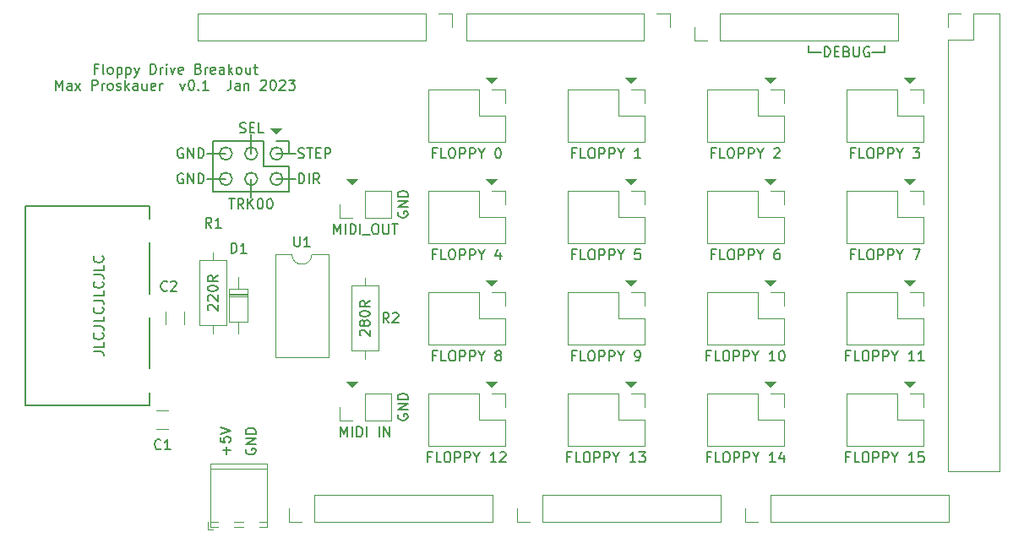
<source format=gbr>
%TF.GenerationSoftware,KiCad,Pcbnew,(6.0.5)*%
%TF.CreationDate,2023-01-19T14:10:39-05:00*%
%TF.ProjectId,floppy_mega,666c6f70-7079-45f6-9d65-67612e6b6963,rev?*%
%TF.SameCoordinates,Original*%
%TF.FileFunction,Legend,Top*%
%TF.FilePolarity,Positive*%
%FSLAX46Y46*%
G04 Gerber Fmt 4.6, Leading zero omitted, Abs format (unit mm)*
G04 Created by KiCad (PCBNEW (6.0.5)) date 2023-01-19 14:10:39*
%MOMM*%
%LPD*%
G01*
G04 APERTURE LIST*
%ADD10C,0.150000*%
%ADD11C,0.000000*%
%ADD12C,0.120000*%
%ADD13C,0.127000*%
G04 APERTURE END LIST*
D10*
X110450380Y-103425047D02*
X111164666Y-103425047D01*
X111307523Y-103472666D01*
X111402761Y-103567904D01*
X111450380Y-103710761D01*
X111450380Y-103806000D01*
X111450380Y-102472666D02*
X111450380Y-102948857D01*
X110450380Y-102948857D01*
X111355142Y-101567904D02*
X111402761Y-101615523D01*
X111450380Y-101758380D01*
X111450380Y-101853619D01*
X111402761Y-101996476D01*
X111307523Y-102091714D01*
X111212285Y-102139333D01*
X111021809Y-102186952D01*
X110878952Y-102186952D01*
X110688476Y-102139333D01*
X110593238Y-102091714D01*
X110498000Y-101996476D01*
X110450380Y-101853619D01*
X110450380Y-101758380D01*
X110498000Y-101615523D01*
X110545619Y-101567904D01*
X110450380Y-100853619D02*
X111164666Y-100853619D01*
X111307523Y-100901238D01*
X111402761Y-100996476D01*
X111450380Y-101139333D01*
X111450380Y-101234571D01*
X111450380Y-99901238D02*
X111450380Y-100377428D01*
X110450380Y-100377428D01*
X111355142Y-98996476D02*
X111402761Y-99044095D01*
X111450380Y-99186952D01*
X111450380Y-99282190D01*
X111402761Y-99425047D01*
X111307523Y-99520285D01*
X111212285Y-99567904D01*
X111021809Y-99615523D01*
X110878952Y-99615523D01*
X110688476Y-99567904D01*
X110593238Y-99520285D01*
X110498000Y-99425047D01*
X110450380Y-99282190D01*
X110450380Y-99186952D01*
X110498000Y-99044095D01*
X110545619Y-98996476D01*
X110450380Y-98282190D02*
X111164666Y-98282190D01*
X111307523Y-98329809D01*
X111402761Y-98425047D01*
X111450380Y-98567904D01*
X111450380Y-98663142D01*
X111450380Y-97329809D02*
X111450380Y-97806000D01*
X110450380Y-97806000D01*
X111355142Y-96425047D02*
X111402761Y-96472666D01*
X111450380Y-96615523D01*
X111450380Y-96710761D01*
X111402761Y-96853619D01*
X111307523Y-96948857D01*
X111212285Y-96996476D01*
X111021809Y-97044095D01*
X110878952Y-97044095D01*
X110688476Y-96996476D01*
X110593238Y-96948857D01*
X110498000Y-96853619D01*
X110450380Y-96710761D01*
X110450380Y-96615523D01*
X110498000Y-96472666D01*
X110545619Y-96425047D01*
X110450380Y-95710761D02*
X111164666Y-95710761D01*
X111307523Y-95758380D01*
X111402761Y-95853619D01*
X111450380Y-95996476D01*
X111450380Y-96091714D01*
X111450380Y-94758380D02*
X111450380Y-95234571D01*
X110450380Y-95234571D01*
X111355142Y-93853619D02*
X111402761Y-93901238D01*
X111450380Y-94044095D01*
X111450380Y-94139333D01*
X111402761Y-94282190D01*
X111307523Y-94377428D01*
X111212285Y-94425047D01*
X111021809Y-94472666D01*
X110878952Y-94472666D01*
X110688476Y-94425047D01*
X110593238Y-94377428D01*
X110498000Y-94282190D01*
X110450380Y-94139333D01*
X110450380Y-94044095D01*
X110498000Y-93901238D01*
X110545619Y-93853619D01*
X182118000Y-73406000D02*
X182118000Y-72771000D01*
X183388000Y-73406000D02*
X182118000Y-73406000D01*
X189738000Y-73406000D02*
X188468000Y-73406000D01*
X189738000Y-72771000D02*
X189738000Y-73406000D01*
X183689904Y-73858380D02*
X183689904Y-72858380D01*
X183928000Y-72858380D01*
X184070857Y-72906000D01*
X184166095Y-73001238D01*
X184213714Y-73096476D01*
X184261333Y-73286952D01*
X184261333Y-73429809D01*
X184213714Y-73620285D01*
X184166095Y-73715523D01*
X184070857Y-73810761D01*
X183928000Y-73858380D01*
X183689904Y-73858380D01*
X184689904Y-73334571D02*
X185023238Y-73334571D01*
X185166095Y-73858380D02*
X184689904Y-73858380D01*
X184689904Y-72858380D01*
X185166095Y-72858380D01*
X185928000Y-73334571D02*
X186070857Y-73382190D01*
X186118476Y-73429809D01*
X186166095Y-73525047D01*
X186166095Y-73667904D01*
X186118476Y-73763142D01*
X186070857Y-73810761D01*
X185975619Y-73858380D01*
X185594666Y-73858380D01*
X185594666Y-72858380D01*
X185928000Y-72858380D01*
X186023238Y-72906000D01*
X186070857Y-72953619D01*
X186118476Y-73048857D01*
X186118476Y-73144095D01*
X186070857Y-73239333D01*
X186023238Y-73286952D01*
X185928000Y-73334571D01*
X185594666Y-73334571D01*
X186594666Y-72858380D02*
X186594666Y-73667904D01*
X186642285Y-73763142D01*
X186689904Y-73810761D01*
X186785142Y-73858380D01*
X186975619Y-73858380D01*
X187070857Y-73810761D01*
X187118476Y-73763142D01*
X187166095Y-73667904D01*
X187166095Y-72858380D01*
X188166095Y-72906000D02*
X188070857Y-72858380D01*
X187928000Y-72858380D01*
X187785142Y-72906000D01*
X187689904Y-73001238D01*
X187642285Y-73096476D01*
X187594666Y-73286952D01*
X187594666Y-73429809D01*
X187642285Y-73620285D01*
X187689904Y-73715523D01*
X187785142Y-73810761D01*
X187928000Y-73858380D01*
X188023238Y-73858380D01*
X188166095Y-73810761D01*
X188213714Y-73763142D01*
X188213714Y-73429809D01*
X188023238Y-73429809D01*
X110856095Y-75069571D02*
X110522761Y-75069571D01*
X110522761Y-75593380D02*
X110522761Y-74593380D01*
X110998952Y-74593380D01*
X111522761Y-75593380D02*
X111427523Y-75545761D01*
X111379904Y-75450523D01*
X111379904Y-74593380D01*
X112046571Y-75593380D02*
X111951333Y-75545761D01*
X111903714Y-75498142D01*
X111856095Y-75402904D01*
X111856095Y-75117190D01*
X111903714Y-75021952D01*
X111951333Y-74974333D01*
X112046571Y-74926714D01*
X112189428Y-74926714D01*
X112284666Y-74974333D01*
X112332285Y-75021952D01*
X112379904Y-75117190D01*
X112379904Y-75402904D01*
X112332285Y-75498142D01*
X112284666Y-75545761D01*
X112189428Y-75593380D01*
X112046571Y-75593380D01*
X112808476Y-74926714D02*
X112808476Y-75926714D01*
X112808476Y-74974333D02*
X112903714Y-74926714D01*
X113094190Y-74926714D01*
X113189428Y-74974333D01*
X113237047Y-75021952D01*
X113284666Y-75117190D01*
X113284666Y-75402904D01*
X113237047Y-75498142D01*
X113189428Y-75545761D01*
X113094190Y-75593380D01*
X112903714Y-75593380D01*
X112808476Y-75545761D01*
X113713238Y-74926714D02*
X113713238Y-75926714D01*
X113713238Y-74974333D02*
X113808476Y-74926714D01*
X113998952Y-74926714D01*
X114094190Y-74974333D01*
X114141809Y-75021952D01*
X114189428Y-75117190D01*
X114189428Y-75402904D01*
X114141809Y-75498142D01*
X114094190Y-75545761D01*
X113998952Y-75593380D01*
X113808476Y-75593380D01*
X113713238Y-75545761D01*
X114522761Y-74926714D02*
X114760857Y-75593380D01*
X114998952Y-74926714D02*
X114760857Y-75593380D01*
X114665619Y-75831476D01*
X114618000Y-75879095D01*
X114522761Y-75926714D01*
X116141809Y-75593380D02*
X116141809Y-74593380D01*
X116379904Y-74593380D01*
X116522761Y-74641000D01*
X116618000Y-74736238D01*
X116665619Y-74831476D01*
X116713238Y-75021952D01*
X116713238Y-75164809D01*
X116665619Y-75355285D01*
X116618000Y-75450523D01*
X116522761Y-75545761D01*
X116379904Y-75593380D01*
X116141809Y-75593380D01*
X117141809Y-75593380D02*
X117141809Y-74926714D01*
X117141809Y-75117190D02*
X117189428Y-75021952D01*
X117237047Y-74974333D01*
X117332285Y-74926714D01*
X117427523Y-74926714D01*
X117760857Y-75593380D02*
X117760857Y-74926714D01*
X117760857Y-74593380D02*
X117713238Y-74641000D01*
X117760857Y-74688619D01*
X117808476Y-74641000D01*
X117760857Y-74593380D01*
X117760857Y-74688619D01*
X118141809Y-74926714D02*
X118379904Y-75593380D01*
X118618000Y-74926714D01*
X119379904Y-75545761D02*
X119284666Y-75593380D01*
X119094190Y-75593380D01*
X118998952Y-75545761D01*
X118951333Y-75450523D01*
X118951333Y-75069571D01*
X118998952Y-74974333D01*
X119094190Y-74926714D01*
X119284666Y-74926714D01*
X119379904Y-74974333D01*
X119427523Y-75069571D01*
X119427523Y-75164809D01*
X118951333Y-75260047D01*
X120951333Y-75069571D02*
X121094190Y-75117190D01*
X121141809Y-75164809D01*
X121189428Y-75260047D01*
X121189428Y-75402904D01*
X121141809Y-75498142D01*
X121094190Y-75545761D01*
X120998952Y-75593380D01*
X120618000Y-75593380D01*
X120618000Y-74593380D01*
X120951333Y-74593380D01*
X121046571Y-74641000D01*
X121094190Y-74688619D01*
X121141809Y-74783857D01*
X121141809Y-74879095D01*
X121094190Y-74974333D01*
X121046571Y-75021952D01*
X120951333Y-75069571D01*
X120618000Y-75069571D01*
X121618000Y-75593380D02*
X121618000Y-74926714D01*
X121618000Y-75117190D02*
X121665619Y-75021952D01*
X121713238Y-74974333D01*
X121808476Y-74926714D01*
X121903714Y-74926714D01*
X122618000Y-75545761D02*
X122522761Y-75593380D01*
X122332285Y-75593380D01*
X122237047Y-75545761D01*
X122189428Y-75450523D01*
X122189428Y-75069571D01*
X122237047Y-74974333D01*
X122332285Y-74926714D01*
X122522761Y-74926714D01*
X122618000Y-74974333D01*
X122665619Y-75069571D01*
X122665619Y-75164809D01*
X122189428Y-75260047D01*
X123522761Y-75593380D02*
X123522761Y-75069571D01*
X123475142Y-74974333D01*
X123379904Y-74926714D01*
X123189428Y-74926714D01*
X123094190Y-74974333D01*
X123522761Y-75545761D02*
X123427523Y-75593380D01*
X123189428Y-75593380D01*
X123094190Y-75545761D01*
X123046571Y-75450523D01*
X123046571Y-75355285D01*
X123094190Y-75260047D01*
X123189428Y-75212428D01*
X123427523Y-75212428D01*
X123522761Y-75164809D01*
X123998952Y-75593380D02*
X123998952Y-74593380D01*
X124094190Y-75212428D02*
X124379904Y-75593380D01*
X124379904Y-74926714D02*
X123998952Y-75307666D01*
X124951333Y-75593380D02*
X124856095Y-75545761D01*
X124808476Y-75498142D01*
X124760857Y-75402904D01*
X124760857Y-75117190D01*
X124808476Y-75021952D01*
X124856095Y-74974333D01*
X124951333Y-74926714D01*
X125094190Y-74926714D01*
X125189428Y-74974333D01*
X125237047Y-75021952D01*
X125284666Y-75117190D01*
X125284666Y-75402904D01*
X125237047Y-75498142D01*
X125189428Y-75545761D01*
X125094190Y-75593380D01*
X124951333Y-75593380D01*
X126141809Y-74926714D02*
X126141809Y-75593380D01*
X125713238Y-74926714D02*
X125713238Y-75450523D01*
X125760857Y-75545761D01*
X125856095Y-75593380D01*
X125998952Y-75593380D01*
X126094190Y-75545761D01*
X126141809Y-75498142D01*
X126475142Y-74926714D02*
X126856095Y-74926714D01*
X126618000Y-74593380D02*
X126618000Y-75450523D01*
X126665619Y-75545761D01*
X126760857Y-75593380D01*
X126856095Y-75593380D01*
X106665619Y-77203380D02*
X106665619Y-76203380D01*
X106998952Y-76917666D01*
X107332285Y-76203380D01*
X107332285Y-77203380D01*
X108237047Y-77203380D02*
X108237047Y-76679571D01*
X108189428Y-76584333D01*
X108094190Y-76536714D01*
X107903714Y-76536714D01*
X107808476Y-76584333D01*
X108237047Y-77155761D02*
X108141809Y-77203380D01*
X107903714Y-77203380D01*
X107808476Y-77155761D01*
X107760857Y-77060523D01*
X107760857Y-76965285D01*
X107808476Y-76870047D01*
X107903714Y-76822428D01*
X108141809Y-76822428D01*
X108237047Y-76774809D01*
X108618000Y-77203380D02*
X109141809Y-76536714D01*
X108618000Y-76536714D02*
X109141809Y-77203380D01*
X110284666Y-77203380D02*
X110284666Y-76203380D01*
X110665619Y-76203380D01*
X110760857Y-76251000D01*
X110808476Y-76298619D01*
X110856095Y-76393857D01*
X110856095Y-76536714D01*
X110808476Y-76631952D01*
X110760857Y-76679571D01*
X110665619Y-76727190D01*
X110284666Y-76727190D01*
X111284666Y-77203380D02*
X111284666Y-76536714D01*
X111284666Y-76727190D02*
X111332285Y-76631952D01*
X111379904Y-76584333D01*
X111475142Y-76536714D01*
X111570380Y-76536714D01*
X112046571Y-77203380D02*
X111951333Y-77155761D01*
X111903714Y-77108142D01*
X111856095Y-77012904D01*
X111856095Y-76727190D01*
X111903714Y-76631952D01*
X111951333Y-76584333D01*
X112046571Y-76536714D01*
X112189428Y-76536714D01*
X112284666Y-76584333D01*
X112332285Y-76631952D01*
X112379904Y-76727190D01*
X112379904Y-77012904D01*
X112332285Y-77108142D01*
X112284666Y-77155761D01*
X112189428Y-77203380D01*
X112046571Y-77203380D01*
X112760857Y-77155761D02*
X112856095Y-77203380D01*
X113046571Y-77203380D01*
X113141809Y-77155761D01*
X113189428Y-77060523D01*
X113189428Y-77012904D01*
X113141809Y-76917666D01*
X113046571Y-76870047D01*
X112903714Y-76870047D01*
X112808476Y-76822428D01*
X112760857Y-76727190D01*
X112760857Y-76679571D01*
X112808476Y-76584333D01*
X112903714Y-76536714D01*
X113046571Y-76536714D01*
X113141809Y-76584333D01*
X113618000Y-77203380D02*
X113618000Y-76203380D01*
X113713238Y-76822428D02*
X113998952Y-77203380D01*
X113998952Y-76536714D02*
X113618000Y-76917666D01*
X114856095Y-77203380D02*
X114856095Y-76679571D01*
X114808476Y-76584333D01*
X114713238Y-76536714D01*
X114522761Y-76536714D01*
X114427523Y-76584333D01*
X114856095Y-77155761D02*
X114760857Y-77203380D01*
X114522761Y-77203380D01*
X114427523Y-77155761D01*
X114379904Y-77060523D01*
X114379904Y-76965285D01*
X114427523Y-76870047D01*
X114522761Y-76822428D01*
X114760857Y-76822428D01*
X114856095Y-76774809D01*
X115760857Y-76536714D02*
X115760857Y-77203380D01*
X115332285Y-76536714D02*
X115332285Y-77060523D01*
X115379904Y-77155761D01*
X115475142Y-77203380D01*
X115618000Y-77203380D01*
X115713238Y-77155761D01*
X115760857Y-77108142D01*
X116618000Y-77155761D02*
X116522761Y-77203380D01*
X116332285Y-77203380D01*
X116237047Y-77155761D01*
X116189428Y-77060523D01*
X116189428Y-76679571D01*
X116237047Y-76584333D01*
X116332285Y-76536714D01*
X116522761Y-76536714D01*
X116618000Y-76584333D01*
X116665619Y-76679571D01*
X116665619Y-76774809D01*
X116189428Y-76870047D01*
X117094190Y-77203380D02*
X117094190Y-76536714D01*
X117094190Y-76727190D02*
X117141809Y-76631952D01*
X117189428Y-76584333D01*
X117284666Y-76536714D01*
X117379904Y-76536714D01*
X119141809Y-76536714D02*
X119379904Y-77203380D01*
X119618000Y-76536714D01*
X120189428Y-76203380D02*
X120284666Y-76203380D01*
X120379904Y-76251000D01*
X120427523Y-76298619D01*
X120475142Y-76393857D01*
X120522761Y-76584333D01*
X120522761Y-76822428D01*
X120475142Y-77012904D01*
X120427523Y-77108142D01*
X120379904Y-77155761D01*
X120284666Y-77203380D01*
X120189428Y-77203380D01*
X120094190Y-77155761D01*
X120046571Y-77108142D01*
X119998952Y-77012904D01*
X119951333Y-76822428D01*
X119951333Y-76584333D01*
X119998952Y-76393857D01*
X120046571Y-76298619D01*
X120094190Y-76251000D01*
X120189428Y-76203380D01*
X120951333Y-77108142D02*
X120998952Y-77155761D01*
X120951333Y-77203380D01*
X120903714Y-77155761D01*
X120951333Y-77108142D01*
X120951333Y-77203380D01*
X121951333Y-77203380D02*
X121379904Y-77203380D01*
X121665619Y-77203380D02*
X121665619Y-76203380D01*
X121570380Y-76346238D01*
X121475142Y-76441476D01*
X121379904Y-76489095D01*
X124189428Y-76203380D02*
X124189428Y-76917666D01*
X124141809Y-77060523D01*
X124046571Y-77155761D01*
X123903714Y-77203380D01*
X123808476Y-77203380D01*
X125094190Y-77203380D02*
X125094190Y-76679571D01*
X125046571Y-76584333D01*
X124951333Y-76536714D01*
X124760857Y-76536714D01*
X124665619Y-76584333D01*
X125094190Y-77155761D02*
X124998952Y-77203380D01*
X124760857Y-77203380D01*
X124665619Y-77155761D01*
X124617999Y-77060523D01*
X124617999Y-76965285D01*
X124665619Y-76870047D01*
X124760857Y-76822428D01*
X124998952Y-76822428D01*
X125094190Y-76774809D01*
X125570380Y-76536714D02*
X125570380Y-77203380D01*
X125570380Y-76631952D02*
X125617999Y-76584333D01*
X125713238Y-76536714D01*
X125856095Y-76536714D01*
X125951333Y-76584333D01*
X125998952Y-76679571D01*
X125998952Y-77203380D01*
X127189428Y-76298619D02*
X127237047Y-76251000D01*
X127332285Y-76203380D01*
X127570380Y-76203380D01*
X127665619Y-76251000D01*
X127713238Y-76298619D01*
X127760857Y-76393857D01*
X127760857Y-76489095D01*
X127713238Y-76631952D01*
X127141809Y-77203380D01*
X127760857Y-77203380D01*
X128379904Y-76203380D02*
X128475142Y-76203380D01*
X128570380Y-76251000D01*
X128617999Y-76298619D01*
X128665619Y-76393857D01*
X128713238Y-76584333D01*
X128713238Y-76822428D01*
X128665619Y-77012904D01*
X128617999Y-77108142D01*
X128570380Y-77155761D01*
X128475142Y-77203380D01*
X128379904Y-77203380D01*
X128284666Y-77155761D01*
X128237047Y-77108142D01*
X128189428Y-77012904D01*
X128141809Y-76822428D01*
X128141809Y-76584333D01*
X128189428Y-76393857D01*
X128237047Y-76298619D01*
X128284666Y-76251000D01*
X128379904Y-76203380D01*
X129094190Y-76298619D02*
X129141809Y-76251000D01*
X129237047Y-76203380D01*
X129475142Y-76203380D01*
X129570380Y-76251000D01*
X129617999Y-76298619D01*
X129665619Y-76393857D01*
X129665619Y-76489095D01*
X129617999Y-76631952D01*
X129046571Y-77203380D01*
X129665619Y-77203380D01*
X129998952Y-76203380D02*
X130617999Y-76203380D01*
X130284666Y-76584333D01*
X130427523Y-76584333D01*
X130522761Y-76631952D01*
X130570380Y-76679571D01*
X130617999Y-76774809D01*
X130617999Y-77012904D01*
X130570380Y-77108142D01*
X130522761Y-77155761D01*
X130427523Y-77203380D01*
X130141809Y-77203380D01*
X130046571Y-77155761D01*
X129998952Y-77108142D01*
D11*
G36*
X136398000Y-107061000D02*
G01*
X135763000Y-106426000D01*
X137033000Y-106426000D01*
X136398000Y-107061000D01*
G37*
G36*
X136398000Y-86741000D02*
G01*
X135763000Y-86106000D01*
X137033000Y-86106000D01*
X136398000Y-86741000D01*
G37*
D10*
X128778000Y-86106000D02*
X130683000Y-86106000D01*
X128778000Y-83566000D02*
X130683000Y-83566000D01*
X126238000Y-83566000D02*
X126238000Y-81661000D01*
X126238000Y-86106000D02*
X126238000Y-88011000D01*
X121793000Y-86106000D02*
X123698000Y-86106000D01*
X123698000Y-83566000D02*
X121793000Y-83566000D01*
X125095142Y-81430761D02*
X125238000Y-81478380D01*
X125476095Y-81478380D01*
X125571333Y-81430761D01*
X125618952Y-81383142D01*
X125666571Y-81287904D01*
X125666571Y-81192666D01*
X125618952Y-81097428D01*
X125571333Y-81049809D01*
X125476095Y-81002190D01*
X125285619Y-80954571D01*
X125190380Y-80906952D01*
X125142761Y-80859333D01*
X125095142Y-80764095D01*
X125095142Y-80668857D01*
X125142761Y-80573619D01*
X125190380Y-80526000D01*
X125285619Y-80478380D01*
X125523714Y-80478380D01*
X125666571Y-80526000D01*
X126095142Y-80954571D02*
X126428476Y-80954571D01*
X126571333Y-81478380D02*
X126095142Y-81478380D01*
X126095142Y-80478380D01*
X126571333Y-80478380D01*
X127476095Y-81478380D02*
X126999904Y-81478380D01*
X126999904Y-80478380D01*
X130970976Y-83970761D02*
X131113833Y-84018380D01*
X131351928Y-84018380D01*
X131447166Y-83970761D01*
X131494785Y-83923142D01*
X131542404Y-83827904D01*
X131542404Y-83732666D01*
X131494785Y-83637428D01*
X131447166Y-83589809D01*
X131351928Y-83542190D01*
X131161452Y-83494571D01*
X131066214Y-83446952D01*
X131018595Y-83399333D01*
X130970976Y-83304095D01*
X130970976Y-83208857D01*
X131018595Y-83113619D01*
X131066214Y-83066000D01*
X131161452Y-83018380D01*
X131399547Y-83018380D01*
X131542404Y-83066000D01*
X131828119Y-83018380D02*
X132399547Y-83018380D01*
X132113833Y-84018380D02*
X132113833Y-83018380D01*
X132732880Y-83494571D02*
X133066214Y-83494571D01*
X133209071Y-84018380D02*
X132732880Y-84018380D01*
X132732880Y-83018380D01*
X133209071Y-83018380D01*
X133637642Y-84018380D02*
X133637642Y-83018380D01*
X134018595Y-83018380D01*
X134113833Y-83066000D01*
X134161452Y-83113619D01*
X134209071Y-83208857D01*
X134209071Y-83351714D01*
X134161452Y-83446952D01*
X134113833Y-83494571D01*
X134018595Y-83542190D01*
X133637642Y-83542190D01*
X119409785Y-85606000D02*
X119314547Y-85558380D01*
X119171690Y-85558380D01*
X119028833Y-85606000D01*
X118933595Y-85701238D01*
X118885976Y-85796476D01*
X118838357Y-85986952D01*
X118838357Y-86129809D01*
X118885976Y-86320285D01*
X118933595Y-86415523D01*
X119028833Y-86510761D01*
X119171690Y-86558380D01*
X119266928Y-86558380D01*
X119409785Y-86510761D01*
X119457404Y-86463142D01*
X119457404Y-86129809D01*
X119266928Y-86129809D01*
X119885976Y-86558380D02*
X119885976Y-85558380D01*
X120457404Y-86558380D01*
X120457404Y-85558380D01*
X120933595Y-86558380D02*
X120933595Y-85558380D01*
X121171690Y-85558380D01*
X121314547Y-85606000D01*
X121409785Y-85701238D01*
X121457404Y-85796476D01*
X121505023Y-85986952D01*
X121505023Y-86129809D01*
X121457404Y-86320285D01*
X121409785Y-86415523D01*
X121314547Y-86510761D01*
X121171690Y-86558380D01*
X120933595Y-86558380D01*
D11*
G36*
X128778000Y-81661000D02*
G01*
X128143000Y-81026000D01*
X129413000Y-81026000D01*
X128778000Y-81661000D01*
G37*
D10*
X119409785Y-83066000D02*
X119314547Y-83018380D01*
X119171690Y-83018380D01*
X119028833Y-83066000D01*
X118933595Y-83161238D01*
X118885976Y-83256476D01*
X118838357Y-83446952D01*
X118838357Y-83589809D01*
X118885976Y-83780285D01*
X118933595Y-83875523D01*
X119028833Y-83970761D01*
X119171690Y-84018380D01*
X119266928Y-84018380D01*
X119409785Y-83970761D01*
X119457404Y-83923142D01*
X119457404Y-83589809D01*
X119266928Y-83589809D01*
X119885976Y-84018380D02*
X119885976Y-83018380D01*
X120457404Y-84018380D01*
X120457404Y-83018380D01*
X120933595Y-84018380D02*
X120933595Y-83018380D01*
X121171690Y-83018380D01*
X121314547Y-83066000D01*
X121409785Y-83161238D01*
X121457404Y-83256476D01*
X121505023Y-83446952D01*
X121505023Y-83589809D01*
X121457404Y-83780285D01*
X121409785Y-83875523D01*
X121314547Y-83970761D01*
X121171690Y-84018380D01*
X120933595Y-84018380D01*
X131018595Y-86558380D02*
X131018595Y-85558380D01*
X131256690Y-85558380D01*
X131399547Y-85606000D01*
X131494785Y-85701238D01*
X131542404Y-85796476D01*
X131590023Y-85986952D01*
X131590023Y-86129809D01*
X131542404Y-86320285D01*
X131494785Y-86415523D01*
X131399547Y-86510761D01*
X131256690Y-86558380D01*
X131018595Y-86558380D01*
X132018595Y-86558380D02*
X132018595Y-85558380D01*
X133066214Y-86558380D02*
X132732880Y-86082190D01*
X132494785Y-86558380D02*
X132494785Y-85558380D01*
X132875738Y-85558380D01*
X132970976Y-85606000D01*
X133018595Y-85653619D01*
X133066214Y-85748857D01*
X133066214Y-85891714D01*
X133018595Y-85986952D01*
X132970976Y-86034571D01*
X132875738Y-86082190D01*
X132494785Y-86082190D01*
X123999904Y-88098380D02*
X124571333Y-88098380D01*
X124285619Y-89098380D02*
X124285619Y-88098380D01*
X125476095Y-89098380D02*
X125142761Y-88622190D01*
X124904666Y-89098380D02*
X124904666Y-88098380D01*
X125285619Y-88098380D01*
X125380857Y-88146000D01*
X125428476Y-88193619D01*
X125476095Y-88288857D01*
X125476095Y-88431714D01*
X125428476Y-88526952D01*
X125380857Y-88574571D01*
X125285619Y-88622190D01*
X124904666Y-88622190D01*
X125904666Y-89098380D02*
X125904666Y-88098380D01*
X126476095Y-89098380D02*
X126047523Y-88526952D01*
X126476095Y-88098380D02*
X125904666Y-88669809D01*
X127095142Y-88098380D02*
X127190380Y-88098380D01*
X127285619Y-88146000D01*
X127333238Y-88193619D01*
X127380857Y-88288857D01*
X127428476Y-88479333D01*
X127428476Y-88717428D01*
X127380857Y-88907904D01*
X127333238Y-89003142D01*
X127285619Y-89050761D01*
X127190380Y-89098380D01*
X127095142Y-89098380D01*
X126999904Y-89050761D01*
X126952285Y-89003142D01*
X126904666Y-88907904D01*
X126857047Y-88717428D01*
X126857047Y-88479333D01*
X126904666Y-88288857D01*
X126952285Y-88193619D01*
X126999904Y-88146000D01*
X127095142Y-88098380D01*
X128047523Y-88098380D02*
X128142761Y-88098380D01*
X128238000Y-88146000D01*
X128285619Y-88193619D01*
X128333238Y-88288857D01*
X128380857Y-88479333D01*
X128380857Y-88717428D01*
X128333238Y-88907904D01*
X128285619Y-89003142D01*
X128238000Y-89050761D01*
X128142761Y-89098380D01*
X128047523Y-89098380D01*
X127952285Y-89050761D01*
X127904666Y-89003142D01*
X127857047Y-88907904D01*
X127809428Y-88717428D01*
X127809428Y-88479333D01*
X127857047Y-88288857D01*
X127904666Y-88193619D01*
X127952285Y-88146000D01*
X128047523Y-88098380D01*
D11*
G36*
X192278000Y-107061000D02*
G01*
X191643000Y-106426000D01*
X192913000Y-106426000D01*
X192278000Y-107061000D01*
G37*
G36*
X164338000Y-107061000D02*
G01*
X163703000Y-106426000D01*
X164973000Y-106426000D01*
X164338000Y-107061000D01*
G37*
G36*
X178308000Y-107061000D02*
G01*
X177673000Y-106426000D01*
X178943000Y-106426000D01*
X178308000Y-107061000D01*
G37*
G36*
X150368000Y-107061000D02*
G01*
X149733000Y-106426000D01*
X151003000Y-106426000D01*
X150368000Y-107061000D01*
G37*
G36*
X192278000Y-96901000D02*
G01*
X191643000Y-96266000D01*
X192913000Y-96266000D01*
X192278000Y-96901000D01*
G37*
G36*
X164338000Y-96901000D02*
G01*
X163703000Y-96266000D01*
X164973000Y-96266000D01*
X164338000Y-96901000D01*
G37*
G36*
X178308000Y-96901000D02*
G01*
X177673000Y-96266000D01*
X178943000Y-96266000D01*
X178308000Y-96901000D01*
G37*
G36*
X150368000Y-96901000D02*
G01*
X149733000Y-96266000D01*
X151003000Y-96266000D01*
X150368000Y-96901000D01*
G37*
G36*
X178308000Y-76581000D02*
G01*
X177673000Y-75946000D01*
X178943000Y-75946000D01*
X178308000Y-76581000D01*
G37*
G36*
X192278000Y-76581000D02*
G01*
X191643000Y-75946000D01*
X192913000Y-75946000D01*
X192278000Y-76581000D01*
G37*
G36*
X192278000Y-86741000D02*
G01*
X191643000Y-86106000D01*
X192913000Y-86106000D01*
X192278000Y-86741000D01*
G37*
G36*
X178308000Y-86741000D02*
G01*
X177673000Y-86106000D01*
X178943000Y-86106000D01*
X178308000Y-86741000D01*
G37*
G36*
X164338000Y-86741000D02*
G01*
X163703000Y-86106000D01*
X164973000Y-86106000D01*
X164338000Y-86741000D01*
G37*
G36*
X150368000Y-86741000D02*
G01*
X149733000Y-86106000D01*
X151003000Y-86106000D01*
X150368000Y-86741000D01*
G37*
G36*
X164338000Y-76581000D02*
G01*
X163703000Y-75946000D01*
X164973000Y-75946000D01*
X164338000Y-76581000D01*
G37*
G36*
X150368000Y-76581000D02*
G01*
X149733000Y-75946000D01*
X151003000Y-75946000D01*
X150368000Y-76581000D01*
G37*
D10*
X124333000Y-86106000D02*
G75*
G03*
X124333000Y-86106000I-635000J0D01*
G01*
X124333000Y-83566000D02*
G75*
G03*
X124333000Y-83566000I-635000J0D01*
G01*
X126873000Y-83566000D02*
G75*
G03*
X126873000Y-83566000I-635000J0D01*
G01*
X126873000Y-86106000D02*
G75*
G03*
X126873000Y-86106000I-635000J0D01*
G01*
X129413000Y-86106000D02*
G75*
G03*
X129413000Y-86106000I-635000J0D01*
G01*
X129413000Y-83566000D02*
G75*
G03*
X129413000Y-83566000I-635000J0D01*
G01*
X130048000Y-82296000D02*
X130048000Y-83566000D01*
X128778000Y-82296000D02*
X130048000Y-82296000D01*
X127508000Y-84836000D02*
X130048000Y-84836000D01*
X127508000Y-82296000D02*
X127508000Y-84836000D01*
X127508000Y-82296000D02*
X122428000Y-82296000D01*
X130048000Y-87376000D02*
X130048000Y-84836000D01*
X122428000Y-87376000D02*
X130048000Y-87376000D01*
X122428000Y-82296000D02*
X122428000Y-87376000D01*
X140978000Y-109727904D02*
X140930380Y-109823142D01*
X140930380Y-109966000D01*
X140978000Y-110108857D01*
X141073238Y-110204095D01*
X141168476Y-110251714D01*
X141358952Y-110299333D01*
X141501809Y-110299333D01*
X141692285Y-110251714D01*
X141787523Y-110204095D01*
X141882761Y-110108857D01*
X141930380Y-109966000D01*
X141930380Y-109870761D01*
X141882761Y-109727904D01*
X141835142Y-109680285D01*
X141501809Y-109680285D01*
X141501809Y-109870761D01*
X141930380Y-109251714D02*
X140930380Y-109251714D01*
X141930380Y-108680285D01*
X140930380Y-108680285D01*
X141930380Y-108204095D02*
X140930380Y-108204095D01*
X140930380Y-107966000D01*
X140978000Y-107823142D01*
X141073238Y-107727904D01*
X141168476Y-107680285D01*
X141358952Y-107632666D01*
X141501809Y-107632666D01*
X141692285Y-107680285D01*
X141787523Y-107727904D01*
X141882761Y-107823142D01*
X141930380Y-107966000D01*
X141930380Y-108204095D01*
X140978000Y-89407904D02*
X140930380Y-89503142D01*
X140930380Y-89646000D01*
X140978000Y-89788857D01*
X141073238Y-89884095D01*
X141168476Y-89931714D01*
X141358952Y-89979333D01*
X141501809Y-89979333D01*
X141692285Y-89931714D01*
X141787523Y-89884095D01*
X141882761Y-89788857D01*
X141930380Y-89646000D01*
X141930380Y-89550761D01*
X141882761Y-89407904D01*
X141835142Y-89360285D01*
X141501809Y-89360285D01*
X141501809Y-89550761D01*
X141930380Y-88931714D02*
X140930380Y-88931714D01*
X141930380Y-88360285D01*
X140930380Y-88360285D01*
X141930380Y-87884095D02*
X140930380Y-87884095D01*
X140930380Y-87646000D01*
X140978000Y-87503142D01*
X141073238Y-87407904D01*
X141168476Y-87360285D01*
X141358952Y-87312666D01*
X141501809Y-87312666D01*
X141692285Y-87360285D01*
X141787523Y-87407904D01*
X141882761Y-87503142D01*
X141930380Y-87646000D01*
X141930380Y-87884095D01*
X125738000Y-113186595D02*
X125690380Y-113281833D01*
X125690380Y-113424690D01*
X125738000Y-113567547D01*
X125833238Y-113662785D01*
X125928476Y-113710404D01*
X126118952Y-113758023D01*
X126261809Y-113758023D01*
X126452285Y-113710404D01*
X126547523Y-113662785D01*
X126642761Y-113567547D01*
X126690380Y-113424690D01*
X126690380Y-113329452D01*
X126642761Y-113186595D01*
X126595142Y-113138976D01*
X126261809Y-113138976D01*
X126261809Y-113329452D01*
X126690380Y-112710404D02*
X125690380Y-112710404D01*
X126690380Y-112138976D01*
X125690380Y-112138976D01*
X126690380Y-111662785D02*
X125690380Y-111662785D01*
X125690380Y-111424690D01*
X125738000Y-111281833D01*
X125833238Y-111186595D01*
X125928476Y-111138976D01*
X126118952Y-111091357D01*
X126261809Y-111091357D01*
X126452285Y-111138976D01*
X126547523Y-111186595D01*
X126642761Y-111281833D01*
X126690380Y-111424690D01*
X126690380Y-111662785D01*
X123769428Y-113710404D02*
X123769428Y-112948500D01*
X124150380Y-113329452D02*
X123388476Y-113329452D01*
X123150380Y-111996119D02*
X123150380Y-112472309D01*
X123626571Y-112519928D01*
X123578952Y-112472309D01*
X123531333Y-112377071D01*
X123531333Y-112138976D01*
X123578952Y-112043738D01*
X123626571Y-111996119D01*
X123721809Y-111948500D01*
X123959904Y-111948500D01*
X124055142Y-111996119D01*
X124102761Y-112043738D01*
X124150380Y-112138976D01*
X124150380Y-112377071D01*
X124102761Y-112472309D01*
X124055142Y-112519928D01*
X123150380Y-111662785D02*
X124150380Y-111329452D01*
X123150380Y-110996119D01*
%TO.C,R2*%
X140041333Y-100528380D02*
X139708000Y-100052190D01*
X139469904Y-100528380D02*
X139469904Y-99528380D01*
X139850857Y-99528380D01*
X139946095Y-99576000D01*
X139993714Y-99623619D01*
X140041333Y-99718857D01*
X140041333Y-99861714D01*
X139993714Y-99956952D01*
X139946095Y-100004571D01*
X139850857Y-100052190D01*
X139469904Y-100052190D01*
X140422285Y-99623619D02*
X140469904Y-99576000D01*
X140565142Y-99528380D01*
X140803238Y-99528380D01*
X140898476Y-99576000D01*
X140946095Y-99623619D01*
X140993714Y-99718857D01*
X140993714Y-99814095D01*
X140946095Y-99956952D01*
X140374666Y-100528380D01*
X140993714Y-100528380D01*
X137215619Y-101814095D02*
X137168000Y-101766476D01*
X137120380Y-101671238D01*
X137120380Y-101433142D01*
X137168000Y-101337904D01*
X137215619Y-101290285D01*
X137310857Y-101242666D01*
X137406095Y-101242666D01*
X137548952Y-101290285D01*
X138120380Y-101861714D01*
X138120380Y-101242666D01*
X137548952Y-100671238D02*
X137501333Y-100766476D01*
X137453714Y-100814095D01*
X137358476Y-100861714D01*
X137310857Y-100861714D01*
X137215619Y-100814095D01*
X137168000Y-100766476D01*
X137120380Y-100671238D01*
X137120380Y-100480761D01*
X137168000Y-100385523D01*
X137215619Y-100337904D01*
X137310857Y-100290285D01*
X137358476Y-100290285D01*
X137453714Y-100337904D01*
X137501333Y-100385523D01*
X137548952Y-100480761D01*
X137548952Y-100671238D01*
X137596571Y-100766476D01*
X137644190Y-100814095D01*
X137739428Y-100861714D01*
X137929904Y-100861714D01*
X138025142Y-100814095D01*
X138072761Y-100766476D01*
X138120380Y-100671238D01*
X138120380Y-100480761D01*
X138072761Y-100385523D01*
X138025142Y-100337904D01*
X137929904Y-100290285D01*
X137739428Y-100290285D01*
X137644190Y-100337904D01*
X137596571Y-100385523D01*
X137548952Y-100480761D01*
X137120380Y-99671238D02*
X137120380Y-99576000D01*
X137168000Y-99480761D01*
X137215619Y-99433142D01*
X137310857Y-99385523D01*
X137501333Y-99337904D01*
X137739428Y-99337904D01*
X137929904Y-99385523D01*
X138025142Y-99433142D01*
X138072761Y-99480761D01*
X138120380Y-99576000D01*
X138120380Y-99671238D01*
X138072761Y-99766476D01*
X138025142Y-99814095D01*
X137929904Y-99861714D01*
X137739428Y-99909333D01*
X137501333Y-99909333D01*
X137310857Y-99861714D01*
X137215619Y-99814095D01*
X137168000Y-99766476D01*
X137120380Y-99671238D01*
X138120380Y-98337904D02*
X137644190Y-98671238D01*
X138120380Y-98909333D02*
X137120380Y-98909333D01*
X137120380Y-98528380D01*
X137168000Y-98433142D01*
X137215619Y-98385523D01*
X137310857Y-98337904D01*
X137453714Y-98337904D01*
X137548952Y-98385523D01*
X137596571Y-98433142D01*
X137644190Y-98528380D01*
X137644190Y-98909333D01*
%TO.C,J11*%
X134548952Y-91638380D02*
X134548952Y-90638380D01*
X134882285Y-91352666D01*
X135215619Y-90638380D01*
X135215619Y-91638380D01*
X135691809Y-91638380D02*
X135691809Y-90638380D01*
X136168000Y-91638380D02*
X136168000Y-90638380D01*
X136406095Y-90638380D01*
X136548952Y-90686000D01*
X136644190Y-90781238D01*
X136691809Y-90876476D01*
X136739428Y-91066952D01*
X136739428Y-91209809D01*
X136691809Y-91400285D01*
X136644190Y-91495523D01*
X136548952Y-91590761D01*
X136406095Y-91638380D01*
X136168000Y-91638380D01*
X137168000Y-91638380D02*
X137168000Y-90638380D01*
X137406095Y-91733619D02*
X138168000Y-91733619D01*
X138596571Y-90638380D02*
X138787047Y-90638380D01*
X138882285Y-90686000D01*
X138977523Y-90781238D01*
X139025142Y-90971714D01*
X139025142Y-91305047D01*
X138977523Y-91495523D01*
X138882285Y-91590761D01*
X138787047Y-91638380D01*
X138596571Y-91638380D01*
X138501333Y-91590761D01*
X138406095Y-91495523D01*
X138358476Y-91305047D01*
X138358476Y-90971714D01*
X138406095Y-90781238D01*
X138501333Y-90686000D01*
X138596571Y-90638380D01*
X139453714Y-90638380D02*
X139453714Y-91447904D01*
X139501333Y-91543142D01*
X139548952Y-91590761D01*
X139644190Y-91638380D01*
X139834666Y-91638380D01*
X139929904Y-91590761D01*
X139977523Y-91543142D01*
X140025142Y-91447904D01*
X140025142Y-90638380D01*
X140358476Y-90638380D02*
X140929904Y-90638380D01*
X140644190Y-91638380D02*
X140644190Y-90638380D01*
%TO.C,J10*%
X135215619Y-111958380D02*
X135215619Y-110958380D01*
X135548952Y-111672666D01*
X135882285Y-110958380D01*
X135882285Y-111958380D01*
X136358476Y-111958380D02*
X136358476Y-110958380D01*
X136834666Y-111958380D02*
X136834666Y-110958380D01*
X137072761Y-110958380D01*
X137215619Y-111006000D01*
X137310857Y-111101238D01*
X137358476Y-111196476D01*
X137406095Y-111386952D01*
X137406095Y-111529809D01*
X137358476Y-111720285D01*
X137310857Y-111815523D01*
X137215619Y-111910761D01*
X137072761Y-111958380D01*
X136834666Y-111958380D01*
X137834666Y-111958380D02*
X137834666Y-110958380D01*
X139072761Y-111958380D02*
X139072761Y-110958380D01*
X139548952Y-111958380D02*
X139548952Y-110958380D01*
X140120380Y-111958380D01*
X140120380Y-110958380D01*
%TO.C,F11*%
X172220380Y-103814571D02*
X171887047Y-103814571D01*
X171887047Y-104338380D02*
X171887047Y-103338380D01*
X172363238Y-103338380D01*
X173220380Y-104338380D02*
X172744190Y-104338380D01*
X172744190Y-103338380D01*
X173744190Y-103338380D02*
X173934666Y-103338380D01*
X174029904Y-103386000D01*
X174125142Y-103481238D01*
X174172761Y-103671714D01*
X174172761Y-104005047D01*
X174125142Y-104195523D01*
X174029904Y-104290761D01*
X173934666Y-104338380D01*
X173744190Y-104338380D01*
X173648952Y-104290761D01*
X173553714Y-104195523D01*
X173506095Y-104005047D01*
X173506095Y-103671714D01*
X173553714Y-103481238D01*
X173648952Y-103386000D01*
X173744190Y-103338380D01*
X174601333Y-104338380D02*
X174601333Y-103338380D01*
X174982285Y-103338380D01*
X175077523Y-103386000D01*
X175125142Y-103433619D01*
X175172761Y-103528857D01*
X175172761Y-103671714D01*
X175125142Y-103766952D01*
X175077523Y-103814571D01*
X174982285Y-103862190D01*
X174601333Y-103862190D01*
X175601333Y-104338380D02*
X175601333Y-103338380D01*
X175982285Y-103338380D01*
X176077523Y-103386000D01*
X176125142Y-103433619D01*
X176172761Y-103528857D01*
X176172761Y-103671714D01*
X176125142Y-103766952D01*
X176077523Y-103814571D01*
X175982285Y-103862190D01*
X175601333Y-103862190D01*
X176791809Y-103862190D02*
X176791809Y-104338380D01*
X176458476Y-103338380D02*
X176791809Y-103862190D01*
X177125142Y-103338380D01*
X178744190Y-104338380D02*
X178172761Y-104338380D01*
X178458476Y-104338380D02*
X178458476Y-103338380D01*
X178363238Y-103481238D01*
X178268000Y-103576476D01*
X178172761Y-103624095D01*
X179363238Y-103338380D02*
X179458476Y-103338380D01*
X179553714Y-103386000D01*
X179601333Y-103433619D01*
X179648952Y-103528857D01*
X179696571Y-103719333D01*
X179696571Y-103957428D01*
X179648952Y-104147904D01*
X179601333Y-104243142D01*
X179553714Y-104290761D01*
X179458476Y-104338380D01*
X179363238Y-104338380D01*
X179268000Y-104290761D01*
X179220380Y-104243142D01*
X179172761Y-104147904D01*
X179125142Y-103957428D01*
X179125142Y-103719333D01*
X179172761Y-103528857D01*
X179220380Y-103433619D01*
X179268000Y-103386000D01*
X179363238Y-103338380D01*
%TO.C,F10*%
X172711571Y-93659571D02*
X172378238Y-93659571D01*
X172378238Y-94183380D02*
X172378238Y-93183380D01*
X172854428Y-93183380D01*
X173711571Y-94183380D02*
X173235380Y-94183380D01*
X173235380Y-93183380D01*
X174235380Y-93183380D02*
X174425857Y-93183380D01*
X174521095Y-93231000D01*
X174616333Y-93326238D01*
X174663952Y-93516714D01*
X174663952Y-93850047D01*
X174616333Y-94040523D01*
X174521095Y-94135761D01*
X174425857Y-94183380D01*
X174235380Y-94183380D01*
X174140142Y-94135761D01*
X174044904Y-94040523D01*
X173997285Y-93850047D01*
X173997285Y-93516714D01*
X174044904Y-93326238D01*
X174140142Y-93231000D01*
X174235380Y-93183380D01*
X175092523Y-94183380D02*
X175092523Y-93183380D01*
X175473476Y-93183380D01*
X175568714Y-93231000D01*
X175616333Y-93278619D01*
X175663952Y-93373857D01*
X175663952Y-93516714D01*
X175616333Y-93611952D01*
X175568714Y-93659571D01*
X175473476Y-93707190D01*
X175092523Y-93707190D01*
X176092523Y-94183380D02*
X176092523Y-93183380D01*
X176473476Y-93183380D01*
X176568714Y-93231000D01*
X176616333Y-93278619D01*
X176663952Y-93373857D01*
X176663952Y-93516714D01*
X176616333Y-93611952D01*
X176568714Y-93659571D01*
X176473476Y-93707190D01*
X176092523Y-93707190D01*
X177283000Y-93707190D02*
X177283000Y-94183380D01*
X176949666Y-93183380D02*
X177283000Y-93707190D01*
X177616333Y-93183380D01*
X179140142Y-93183380D02*
X178949666Y-93183380D01*
X178854428Y-93231000D01*
X178806809Y-93278619D01*
X178711571Y-93421476D01*
X178663952Y-93611952D01*
X178663952Y-93992904D01*
X178711571Y-94088142D01*
X178759190Y-94135761D01*
X178854428Y-94183380D01*
X179044904Y-94183380D01*
X179140142Y-94135761D01*
X179187761Y-94088142D01*
X179235380Y-93992904D01*
X179235380Y-93754809D01*
X179187761Y-93659571D01*
X179140142Y-93611952D01*
X179044904Y-93564333D01*
X178854428Y-93564333D01*
X178759190Y-93611952D01*
X178711571Y-93659571D01*
X178663952Y-93754809D01*
%TO.C,F4*%
X144280380Y-113974571D02*
X143947047Y-113974571D01*
X143947047Y-114498380D02*
X143947047Y-113498380D01*
X144423238Y-113498380D01*
X145280380Y-114498380D02*
X144804190Y-114498380D01*
X144804190Y-113498380D01*
X145804190Y-113498380D02*
X145994666Y-113498380D01*
X146089904Y-113546000D01*
X146185142Y-113641238D01*
X146232761Y-113831714D01*
X146232761Y-114165047D01*
X146185142Y-114355523D01*
X146089904Y-114450761D01*
X145994666Y-114498380D01*
X145804190Y-114498380D01*
X145708952Y-114450761D01*
X145613714Y-114355523D01*
X145566095Y-114165047D01*
X145566095Y-113831714D01*
X145613714Y-113641238D01*
X145708952Y-113546000D01*
X145804190Y-113498380D01*
X146661333Y-114498380D02*
X146661333Y-113498380D01*
X147042285Y-113498380D01*
X147137523Y-113546000D01*
X147185142Y-113593619D01*
X147232761Y-113688857D01*
X147232761Y-113831714D01*
X147185142Y-113926952D01*
X147137523Y-113974571D01*
X147042285Y-114022190D01*
X146661333Y-114022190D01*
X147661333Y-114498380D02*
X147661333Y-113498380D01*
X148042285Y-113498380D01*
X148137523Y-113546000D01*
X148185142Y-113593619D01*
X148232761Y-113688857D01*
X148232761Y-113831714D01*
X148185142Y-113926952D01*
X148137523Y-113974571D01*
X148042285Y-114022190D01*
X147661333Y-114022190D01*
X148851809Y-114022190D02*
X148851809Y-114498380D01*
X148518476Y-113498380D02*
X148851809Y-114022190D01*
X149185142Y-113498380D01*
X150804190Y-114498380D02*
X150232761Y-114498380D01*
X150518476Y-114498380D02*
X150518476Y-113498380D01*
X150423238Y-113641238D01*
X150328000Y-113736476D01*
X150232761Y-113784095D01*
X151185142Y-113593619D02*
X151232761Y-113546000D01*
X151328000Y-113498380D01*
X151566095Y-113498380D01*
X151661333Y-113546000D01*
X151708952Y-113593619D01*
X151756571Y-113688857D01*
X151756571Y-113784095D01*
X151708952Y-113926952D01*
X151137523Y-114498380D01*
X151756571Y-114498380D01*
%TO.C,F2*%
X144756571Y-93654571D02*
X144423238Y-93654571D01*
X144423238Y-94178380D02*
X144423238Y-93178380D01*
X144899428Y-93178380D01*
X145756571Y-94178380D02*
X145280380Y-94178380D01*
X145280380Y-93178380D01*
X146280380Y-93178380D02*
X146470857Y-93178380D01*
X146566095Y-93226000D01*
X146661333Y-93321238D01*
X146708952Y-93511714D01*
X146708952Y-93845047D01*
X146661333Y-94035523D01*
X146566095Y-94130761D01*
X146470857Y-94178380D01*
X146280380Y-94178380D01*
X146185142Y-94130761D01*
X146089904Y-94035523D01*
X146042285Y-93845047D01*
X146042285Y-93511714D01*
X146089904Y-93321238D01*
X146185142Y-93226000D01*
X146280380Y-93178380D01*
X147137523Y-94178380D02*
X147137523Y-93178380D01*
X147518476Y-93178380D01*
X147613714Y-93226000D01*
X147661333Y-93273619D01*
X147708952Y-93368857D01*
X147708952Y-93511714D01*
X147661333Y-93606952D01*
X147613714Y-93654571D01*
X147518476Y-93702190D01*
X147137523Y-93702190D01*
X148137523Y-94178380D02*
X148137523Y-93178380D01*
X148518476Y-93178380D01*
X148613714Y-93226000D01*
X148661333Y-93273619D01*
X148708952Y-93368857D01*
X148708952Y-93511714D01*
X148661333Y-93606952D01*
X148613714Y-93654571D01*
X148518476Y-93702190D01*
X148137523Y-93702190D01*
X149328000Y-93702190D02*
X149328000Y-94178380D01*
X148994666Y-93178380D02*
X149328000Y-93702190D01*
X149661333Y-93178380D01*
X151185142Y-93511714D02*
X151185142Y-94178380D01*
X150947047Y-93130761D02*
X150708952Y-93845047D01*
X151328000Y-93845047D01*
%TO.C,F1*%
X144756571Y-83494571D02*
X144423238Y-83494571D01*
X144423238Y-84018380D02*
X144423238Y-83018380D01*
X144899428Y-83018380D01*
X145756571Y-84018380D02*
X145280380Y-84018380D01*
X145280380Y-83018380D01*
X146280380Y-83018380D02*
X146470857Y-83018380D01*
X146566095Y-83066000D01*
X146661333Y-83161238D01*
X146708952Y-83351714D01*
X146708952Y-83685047D01*
X146661333Y-83875523D01*
X146566095Y-83970761D01*
X146470857Y-84018380D01*
X146280380Y-84018380D01*
X146185142Y-83970761D01*
X146089904Y-83875523D01*
X146042285Y-83685047D01*
X146042285Y-83351714D01*
X146089904Y-83161238D01*
X146185142Y-83066000D01*
X146280380Y-83018380D01*
X147137523Y-84018380D02*
X147137523Y-83018380D01*
X147518476Y-83018380D01*
X147613714Y-83066000D01*
X147661333Y-83113619D01*
X147708952Y-83208857D01*
X147708952Y-83351714D01*
X147661333Y-83446952D01*
X147613714Y-83494571D01*
X147518476Y-83542190D01*
X147137523Y-83542190D01*
X148137523Y-84018380D02*
X148137523Y-83018380D01*
X148518476Y-83018380D01*
X148613714Y-83066000D01*
X148661333Y-83113619D01*
X148708952Y-83208857D01*
X148708952Y-83351714D01*
X148661333Y-83446952D01*
X148613714Y-83494571D01*
X148518476Y-83542190D01*
X148137523Y-83542190D01*
X149328000Y-83542190D02*
X149328000Y-84018380D01*
X148994666Y-83018380D02*
X149328000Y-83542190D01*
X149661333Y-83018380D01*
X150947047Y-83018380D02*
X151042285Y-83018380D01*
X151137523Y-83066000D01*
X151185142Y-83113619D01*
X151232761Y-83208857D01*
X151280380Y-83399333D01*
X151280380Y-83637428D01*
X151232761Y-83827904D01*
X151185142Y-83923142D01*
X151137523Y-83970761D01*
X151042285Y-84018380D01*
X150947047Y-84018380D01*
X150851809Y-83970761D01*
X150804190Y-83923142D01*
X150756571Y-83827904D01*
X150708952Y-83637428D01*
X150708952Y-83399333D01*
X150756571Y-83208857D01*
X150804190Y-83113619D01*
X150851809Y-83066000D01*
X150947047Y-83018380D01*
%TO.C,F6*%
X158741571Y-93659571D02*
X158408238Y-93659571D01*
X158408238Y-94183380D02*
X158408238Y-93183380D01*
X158884428Y-93183380D01*
X159741571Y-94183380D02*
X159265380Y-94183380D01*
X159265380Y-93183380D01*
X160265380Y-93183380D02*
X160455857Y-93183380D01*
X160551095Y-93231000D01*
X160646333Y-93326238D01*
X160693952Y-93516714D01*
X160693952Y-93850047D01*
X160646333Y-94040523D01*
X160551095Y-94135761D01*
X160455857Y-94183380D01*
X160265380Y-94183380D01*
X160170142Y-94135761D01*
X160074904Y-94040523D01*
X160027285Y-93850047D01*
X160027285Y-93516714D01*
X160074904Y-93326238D01*
X160170142Y-93231000D01*
X160265380Y-93183380D01*
X161122523Y-94183380D02*
X161122523Y-93183380D01*
X161503476Y-93183380D01*
X161598714Y-93231000D01*
X161646333Y-93278619D01*
X161693952Y-93373857D01*
X161693952Y-93516714D01*
X161646333Y-93611952D01*
X161598714Y-93659571D01*
X161503476Y-93707190D01*
X161122523Y-93707190D01*
X162122523Y-94183380D02*
X162122523Y-93183380D01*
X162503476Y-93183380D01*
X162598714Y-93231000D01*
X162646333Y-93278619D01*
X162693952Y-93373857D01*
X162693952Y-93516714D01*
X162646333Y-93611952D01*
X162598714Y-93659571D01*
X162503476Y-93707190D01*
X162122523Y-93707190D01*
X163313000Y-93707190D02*
X163313000Y-94183380D01*
X162979666Y-93183380D02*
X163313000Y-93707190D01*
X163646333Y-93183380D01*
X165217761Y-93183380D02*
X164741571Y-93183380D01*
X164693952Y-93659571D01*
X164741571Y-93611952D01*
X164836809Y-93564333D01*
X165074904Y-93564333D01*
X165170142Y-93611952D01*
X165217761Y-93659571D01*
X165265380Y-93754809D01*
X165265380Y-93992904D01*
X165217761Y-94088142D01*
X165170142Y-94135761D01*
X165074904Y-94183380D01*
X164836809Y-94183380D01*
X164741571Y-94135761D01*
X164693952Y-94088142D01*
%TO.C,F5*%
X158741571Y-83499571D02*
X158408238Y-83499571D01*
X158408238Y-84023380D02*
X158408238Y-83023380D01*
X158884428Y-83023380D01*
X159741571Y-84023380D02*
X159265380Y-84023380D01*
X159265380Y-83023380D01*
X160265380Y-83023380D02*
X160455857Y-83023380D01*
X160551095Y-83071000D01*
X160646333Y-83166238D01*
X160693952Y-83356714D01*
X160693952Y-83690047D01*
X160646333Y-83880523D01*
X160551095Y-83975761D01*
X160455857Y-84023380D01*
X160265380Y-84023380D01*
X160170142Y-83975761D01*
X160074904Y-83880523D01*
X160027285Y-83690047D01*
X160027285Y-83356714D01*
X160074904Y-83166238D01*
X160170142Y-83071000D01*
X160265380Y-83023380D01*
X161122523Y-84023380D02*
X161122523Y-83023380D01*
X161503476Y-83023380D01*
X161598714Y-83071000D01*
X161646333Y-83118619D01*
X161693952Y-83213857D01*
X161693952Y-83356714D01*
X161646333Y-83451952D01*
X161598714Y-83499571D01*
X161503476Y-83547190D01*
X161122523Y-83547190D01*
X162122523Y-84023380D02*
X162122523Y-83023380D01*
X162503476Y-83023380D01*
X162598714Y-83071000D01*
X162646333Y-83118619D01*
X162693952Y-83213857D01*
X162693952Y-83356714D01*
X162646333Y-83451952D01*
X162598714Y-83499571D01*
X162503476Y-83547190D01*
X162122523Y-83547190D01*
X163313000Y-83547190D02*
X163313000Y-84023380D01*
X162979666Y-83023380D02*
X163313000Y-83547190D01*
X163646333Y-83023380D01*
X165265380Y-84023380D02*
X164693952Y-84023380D01*
X164979666Y-84023380D02*
X164979666Y-83023380D01*
X164884428Y-83166238D01*
X164789190Y-83261476D01*
X164693952Y-83309095D01*
%TO.C,F9*%
X172696571Y-83494571D02*
X172363238Y-83494571D01*
X172363238Y-84018380D02*
X172363238Y-83018380D01*
X172839428Y-83018380D01*
X173696571Y-84018380D02*
X173220380Y-84018380D01*
X173220380Y-83018380D01*
X174220380Y-83018380D02*
X174410857Y-83018380D01*
X174506095Y-83066000D01*
X174601333Y-83161238D01*
X174648952Y-83351714D01*
X174648952Y-83685047D01*
X174601333Y-83875523D01*
X174506095Y-83970761D01*
X174410857Y-84018380D01*
X174220380Y-84018380D01*
X174125142Y-83970761D01*
X174029904Y-83875523D01*
X173982285Y-83685047D01*
X173982285Y-83351714D01*
X174029904Y-83161238D01*
X174125142Y-83066000D01*
X174220380Y-83018380D01*
X175077523Y-84018380D02*
X175077523Y-83018380D01*
X175458476Y-83018380D01*
X175553714Y-83066000D01*
X175601333Y-83113619D01*
X175648952Y-83208857D01*
X175648952Y-83351714D01*
X175601333Y-83446952D01*
X175553714Y-83494571D01*
X175458476Y-83542190D01*
X175077523Y-83542190D01*
X176077523Y-84018380D02*
X176077523Y-83018380D01*
X176458476Y-83018380D01*
X176553714Y-83066000D01*
X176601333Y-83113619D01*
X176648952Y-83208857D01*
X176648952Y-83351714D01*
X176601333Y-83446952D01*
X176553714Y-83494571D01*
X176458476Y-83542190D01*
X176077523Y-83542190D01*
X177268000Y-83542190D02*
X177268000Y-84018380D01*
X176934666Y-83018380D02*
X177268000Y-83542190D01*
X177601333Y-83018380D01*
X178648952Y-83113619D02*
X178696571Y-83066000D01*
X178791809Y-83018380D01*
X179029904Y-83018380D01*
X179125142Y-83066000D01*
X179172761Y-83113619D01*
X179220380Y-83208857D01*
X179220380Y-83304095D01*
X179172761Y-83446952D01*
X178601333Y-84018380D01*
X179220380Y-84018380D01*
%TO.C,F13*%
X186681571Y-83499571D02*
X186348238Y-83499571D01*
X186348238Y-84023380D02*
X186348238Y-83023380D01*
X186824428Y-83023380D01*
X187681571Y-84023380D02*
X187205380Y-84023380D01*
X187205380Y-83023380D01*
X188205380Y-83023380D02*
X188395857Y-83023380D01*
X188491095Y-83071000D01*
X188586333Y-83166238D01*
X188633952Y-83356714D01*
X188633952Y-83690047D01*
X188586333Y-83880523D01*
X188491095Y-83975761D01*
X188395857Y-84023380D01*
X188205380Y-84023380D01*
X188110142Y-83975761D01*
X188014904Y-83880523D01*
X187967285Y-83690047D01*
X187967285Y-83356714D01*
X188014904Y-83166238D01*
X188110142Y-83071000D01*
X188205380Y-83023380D01*
X189062523Y-84023380D02*
X189062523Y-83023380D01*
X189443476Y-83023380D01*
X189538714Y-83071000D01*
X189586333Y-83118619D01*
X189633952Y-83213857D01*
X189633952Y-83356714D01*
X189586333Y-83451952D01*
X189538714Y-83499571D01*
X189443476Y-83547190D01*
X189062523Y-83547190D01*
X190062523Y-84023380D02*
X190062523Y-83023380D01*
X190443476Y-83023380D01*
X190538714Y-83071000D01*
X190586333Y-83118619D01*
X190633952Y-83213857D01*
X190633952Y-83356714D01*
X190586333Y-83451952D01*
X190538714Y-83499571D01*
X190443476Y-83547190D01*
X190062523Y-83547190D01*
X191253000Y-83547190D02*
X191253000Y-84023380D01*
X190919666Y-83023380D02*
X191253000Y-83547190D01*
X191586333Y-83023380D01*
X192586333Y-83023380D02*
X193205380Y-83023380D01*
X192872047Y-83404333D01*
X193014904Y-83404333D01*
X193110142Y-83451952D01*
X193157761Y-83499571D01*
X193205380Y-83594809D01*
X193205380Y-83832904D01*
X193157761Y-83928142D01*
X193110142Y-83975761D01*
X193014904Y-84023380D01*
X192729190Y-84023380D01*
X192633952Y-83975761D01*
X192586333Y-83928142D01*
%TO.C,F14*%
X186681571Y-93659571D02*
X186348238Y-93659571D01*
X186348238Y-94183380D02*
X186348238Y-93183380D01*
X186824428Y-93183380D01*
X187681571Y-94183380D02*
X187205380Y-94183380D01*
X187205380Y-93183380D01*
X188205380Y-93183380D02*
X188395857Y-93183380D01*
X188491095Y-93231000D01*
X188586333Y-93326238D01*
X188633952Y-93516714D01*
X188633952Y-93850047D01*
X188586333Y-94040523D01*
X188491095Y-94135761D01*
X188395857Y-94183380D01*
X188205380Y-94183380D01*
X188110142Y-94135761D01*
X188014904Y-94040523D01*
X187967285Y-93850047D01*
X187967285Y-93516714D01*
X188014904Y-93326238D01*
X188110142Y-93231000D01*
X188205380Y-93183380D01*
X189062523Y-94183380D02*
X189062523Y-93183380D01*
X189443476Y-93183380D01*
X189538714Y-93231000D01*
X189586333Y-93278619D01*
X189633952Y-93373857D01*
X189633952Y-93516714D01*
X189586333Y-93611952D01*
X189538714Y-93659571D01*
X189443476Y-93707190D01*
X189062523Y-93707190D01*
X190062523Y-94183380D02*
X190062523Y-93183380D01*
X190443476Y-93183380D01*
X190538714Y-93231000D01*
X190586333Y-93278619D01*
X190633952Y-93373857D01*
X190633952Y-93516714D01*
X190586333Y-93611952D01*
X190538714Y-93659571D01*
X190443476Y-93707190D01*
X190062523Y-93707190D01*
X191253000Y-93707190D02*
X191253000Y-94183380D01*
X190919666Y-93183380D02*
X191253000Y-93707190D01*
X191586333Y-93183380D01*
X192586333Y-93183380D02*
X193253000Y-93183380D01*
X192824428Y-94183380D01*
%TO.C,F15*%
X186190380Y-103814571D02*
X185857047Y-103814571D01*
X185857047Y-104338380D02*
X185857047Y-103338380D01*
X186333238Y-103338380D01*
X187190380Y-104338380D02*
X186714190Y-104338380D01*
X186714190Y-103338380D01*
X187714190Y-103338380D02*
X187904666Y-103338380D01*
X187999904Y-103386000D01*
X188095142Y-103481238D01*
X188142761Y-103671714D01*
X188142761Y-104005047D01*
X188095142Y-104195523D01*
X187999904Y-104290761D01*
X187904666Y-104338380D01*
X187714190Y-104338380D01*
X187618952Y-104290761D01*
X187523714Y-104195523D01*
X187476095Y-104005047D01*
X187476095Y-103671714D01*
X187523714Y-103481238D01*
X187618952Y-103386000D01*
X187714190Y-103338380D01*
X188571333Y-104338380D02*
X188571333Y-103338380D01*
X188952285Y-103338380D01*
X189047523Y-103386000D01*
X189095142Y-103433619D01*
X189142761Y-103528857D01*
X189142761Y-103671714D01*
X189095142Y-103766952D01*
X189047523Y-103814571D01*
X188952285Y-103862190D01*
X188571333Y-103862190D01*
X189571333Y-104338380D02*
X189571333Y-103338380D01*
X189952285Y-103338380D01*
X190047523Y-103386000D01*
X190095142Y-103433619D01*
X190142761Y-103528857D01*
X190142761Y-103671714D01*
X190095142Y-103766952D01*
X190047523Y-103814571D01*
X189952285Y-103862190D01*
X189571333Y-103862190D01*
X190761809Y-103862190D02*
X190761809Y-104338380D01*
X190428476Y-103338380D02*
X190761809Y-103862190D01*
X191095142Y-103338380D01*
X192714190Y-104338380D02*
X192142761Y-104338380D01*
X192428476Y-104338380D02*
X192428476Y-103338380D01*
X192333238Y-103481238D01*
X192238000Y-103576476D01*
X192142761Y-103624095D01*
X193666571Y-104338380D02*
X193095142Y-104338380D01*
X193380857Y-104338380D02*
X193380857Y-103338380D01*
X193285619Y-103481238D01*
X193190380Y-103576476D01*
X193095142Y-103624095D01*
%TO.C,F12*%
X172235380Y-113979571D02*
X171902047Y-113979571D01*
X171902047Y-114503380D02*
X171902047Y-113503380D01*
X172378238Y-113503380D01*
X173235380Y-114503380D02*
X172759190Y-114503380D01*
X172759190Y-113503380D01*
X173759190Y-113503380D02*
X173949666Y-113503380D01*
X174044904Y-113551000D01*
X174140142Y-113646238D01*
X174187761Y-113836714D01*
X174187761Y-114170047D01*
X174140142Y-114360523D01*
X174044904Y-114455761D01*
X173949666Y-114503380D01*
X173759190Y-114503380D01*
X173663952Y-114455761D01*
X173568714Y-114360523D01*
X173521095Y-114170047D01*
X173521095Y-113836714D01*
X173568714Y-113646238D01*
X173663952Y-113551000D01*
X173759190Y-113503380D01*
X174616333Y-114503380D02*
X174616333Y-113503380D01*
X174997285Y-113503380D01*
X175092523Y-113551000D01*
X175140142Y-113598619D01*
X175187761Y-113693857D01*
X175187761Y-113836714D01*
X175140142Y-113931952D01*
X175092523Y-113979571D01*
X174997285Y-114027190D01*
X174616333Y-114027190D01*
X175616333Y-114503380D02*
X175616333Y-113503380D01*
X175997285Y-113503380D01*
X176092523Y-113551000D01*
X176140142Y-113598619D01*
X176187761Y-113693857D01*
X176187761Y-113836714D01*
X176140142Y-113931952D01*
X176092523Y-113979571D01*
X175997285Y-114027190D01*
X175616333Y-114027190D01*
X176806809Y-114027190D02*
X176806809Y-114503380D01*
X176473476Y-113503380D02*
X176806809Y-114027190D01*
X177140142Y-113503380D01*
X178759190Y-114503380D02*
X178187761Y-114503380D01*
X178473476Y-114503380D02*
X178473476Y-113503380D01*
X178378238Y-113646238D01*
X178283000Y-113741476D01*
X178187761Y-113789095D01*
X179616333Y-113836714D02*
X179616333Y-114503380D01*
X179378238Y-113455761D02*
X179140142Y-114170047D01*
X179759190Y-114170047D01*
%TO.C,F16*%
X186190380Y-113979571D02*
X185857047Y-113979571D01*
X185857047Y-114503380D02*
X185857047Y-113503380D01*
X186333238Y-113503380D01*
X187190380Y-114503380D02*
X186714190Y-114503380D01*
X186714190Y-113503380D01*
X187714190Y-113503380D02*
X187904666Y-113503380D01*
X187999904Y-113551000D01*
X188095142Y-113646238D01*
X188142761Y-113836714D01*
X188142761Y-114170047D01*
X188095142Y-114360523D01*
X187999904Y-114455761D01*
X187904666Y-114503380D01*
X187714190Y-114503380D01*
X187618952Y-114455761D01*
X187523714Y-114360523D01*
X187476095Y-114170047D01*
X187476095Y-113836714D01*
X187523714Y-113646238D01*
X187618952Y-113551000D01*
X187714190Y-113503380D01*
X188571333Y-114503380D02*
X188571333Y-113503380D01*
X188952285Y-113503380D01*
X189047523Y-113551000D01*
X189095142Y-113598619D01*
X189142761Y-113693857D01*
X189142761Y-113836714D01*
X189095142Y-113931952D01*
X189047523Y-113979571D01*
X188952285Y-114027190D01*
X188571333Y-114027190D01*
X189571333Y-114503380D02*
X189571333Y-113503380D01*
X189952285Y-113503380D01*
X190047523Y-113551000D01*
X190095142Y-113598619D01*
X190142761Y-113693857D01*
X190142761Y-113836714D01*
X190095142Y-113931952D01*
X190047523Y-113979571D01*
X189952285Y-114027190D01*
X189571333Y-114027190D01*
X190761809Y-114027190D02*
X190761809Y-114503380D01*
X190428476Y-113503380D02*
X190761809Y-114027190D01*
X191095142Y-113503380D01*
X192714190Y-114503380D02*
X192142761Y-114503380D01*
X192428476Y-114503380D02*
X192428476Y-113503380D01*
X192333238Y-113646238D01*
X192238000Y-113741476D01*
X192142761Y-113789095D01*
X193618952Y-113503380D02*
X193142761Y-113503380D01*
X193095142Y-113979571D01*
X193142761Y-113931952D01*
X193238000Y-113884333D01*
X193476095Y-113884333D01*
X193571333Y-113931952D01*
X193618952Y-113979571D01*
X193666571Y-114074809D01*
X193666571Y-114312904D01*
X193618952Y-114408142D01*
X193571333Y-114455761D01*
X193476095Y-114503380D01*
X193238000Y-114503380D01*
X193142761Y-114455761D01*
X193095142Y-114408142D01*
%TO.C,F7*%
X158726571Y-103819571D02*
X158393238Y-103819571D01*
X158393238Y-104343380D02*
X158393238Y-103343380D01*
X158869428Y-103343380D01*
X159726571Y-104343380D02*
X159250380Y-104343380D01*
X159250380Y-103343380D01*
X160250380Y-103343380D02*
X160440857Y-103343380D01*
X160536095Y-103391000D01*
X160631333Y-103486238D01*
X160678952Y-103676714D01*
X160678952Y-104010047D01*
X160631333Y-104200523D01*
X160536095Y-104295761D01*
X160440857Y-104343380D01*
X160250380Y-104343380D01*
X160155142Y-104295761D01*
X160059904Y-104200523D01*
X160012285Y-104010047D01*
X160012285Y-103676714D01*
X160059904Y-103486238D01*
X160155142Y-103391000D01*
X160250380Y-103343380D01*
X161107523Y-104343380D02*
X161107523Y-103343380D01*
X161488476Y-103343380D01*
X161583714Y-103391000D01*
X161631333Y-103438619D01*
X161678952Y-103533857D01*
X161678952Y-103676714D01*
X161631333Y-103771952D01*
X161583714Y-103819571D01*
X161488476Y-103867190D01*
X161107523Y-103867190D01*
X162107523Y-104343380D02*
X162107523Y-103343380D01*
X162488476Y-103343380D01*
X162583714Y-103391000D01*
X162631333Y-103438619D01*
X162678952Y-103533857D01*
X162678952Y-103676714D01*
X162631333Y-103771952D01*
X162583714Y-103819571D01*
X162488476Y-103867190D01*
X162107523Y-103867190D01*
X163298000Y-103867190D02*
X163298000Y-104343380D01*
X162964666Y-103343380D02*
X163298000Y-103867190D01*
X163631333Y-103343380D01*
X164774190Y-104343380D02*
X164964666Y-104343380D01*
X165059904Y-104295761D01*
X165107523Y-104248142D01*
X165202761Y-104105285D01*
X165250380Y-103914809D01*
X165250380Y-103533857D01*
X165202761Y-103438619D01*
X165155142Y-103391000D01*
X165059904Y-103343380D01*
X164869428Y-103343380D01*
X164774190Y-103391000D01*
X164726571Y-103438619D01*
X164678952Y-103533857D01*
X164678952Y-103771952D01*
X164726571Y-103867190D01*
X164774190Y-103914809D01*
X164869428Y-103962428D01*
X165059904Y-103962428D01*
X165155142Y-103914809D01*
X165202761Y-103867190D01*
X165250380Y-103771952D01*
%TO.C,F3*%
X144771571Y-103819571D02*
X144438238Y-103819571D01*
X144438238Y-104343380D02*
X144438238Y-103343380D01*
X144914428Y-103343380D01*
X145771571Y-104343380D02*
X145295380Y-104343380D01*
X145295380Y-103343380D01*
X146295380Y-103343380D02*
X146485857Y-103343380D01*
X146581095Y-103391000D01*
X146676333Y-103486238D01*
X146723952Y-103676714D01*
X146723952Y-104010047D01*
X146676333Y-104200523D01*
X146581095Y-104295761D01*
X146485857Y-104343380D01*
X146295380Y-104343380D01*
X146200142Y-104295761D01*
X146104904Y-104200523D01*
X146057285Y-104010047D01*
X146057285Y-103676714D01*
X146104904Y-103486238D01*
X146200142Y-103391000D01*
X146295380Y-103343380D01*
X147152523Y-104343380D02*
X147152523Y-103343380D01*
X147533476Y-103343380D01*
X147628714Y-103391000D01*
X147676333Y-103438619D01*
X147723952Y-103533857D01*
X147723952Y-103676714D01*
X147676333Y-103771952D01*
X147628714Y-103819571D01*
X147533476Y-103867190D01*
X147152523Y-103867190D01*
X148152523Y-104343380D02*
X148152523Y-103343380D01*
X148533476Y-103343380D01*
X148628714Y-103391000D01*
X148676333Y-103438619D01*
X148723952Y-103533857D01*
X148723952Y-103676714D01*
X148676333Y-103771952D01*
X148628714Y-103819571D01*
X148533476Y-103867190D01*
X148152523Y-103867190D01*
X149343000Y-103867190D02*
X149343000Y-104343380D01*
X149009666Y-103343380D02*
X149343000Y-103867190D01*
X149676333Y-103343380D01*
X150914428Y-103771952D02*
X150819190Y-103724333D01*
X150771571Y-103676714D01*
X150723952Y-103581476D01*
X150723952Y-103533857D01*
X150771571Y-103438619D01*
X150819190Y-103391000D01*
X150914428Y-103343380D01*
X151104904Y-103343380D01*
X151200142Y-103391000D01*
X151247761Y-103438619D01*
X151295380Y-103533857D01*
X151295380Y-103581476D01*
X151247761Y-103676714D01*
X151200142Y-103724333D01*
X151104904Y-103771952D01*
X150914428Y-103771952D01*
X150819190Y-103819571D01*
X150771571Y-103867190D01*
X150723952Y-103962428D01*
X150723952Y-104152904D01*
X150771571Y-104248142D01*
X150819190Y-104295761D01*
X150914428Y-104343380D01*
X151104904Y-104343380D01*
X151200142Y-104295761D01*
X151247761Y-104248142D01*
X151295380Y-104152904D01*
X151295380Y-103962428D01*
X151247761Y-103867190D01*
X151200142Y-103819571D01*
X151104904Y-103771952D01*
%TO.C,F8*%
X158250380Y-113979571D02*
X157917047Y-113979571D01*
X157917047Y-114503380D02*
X157917047Y-113503380D01*
X158393238Y-113503380D01*
X159250380Y-114503380D02*
X158774190Y-114503380D01*
X158774190Y-113503380D01*
X159774190Y-113503380D02*
X159964666Y-113503380D01*
X160059904Y-113551000D01*
X160155142Y-113646238D01*
X160202761Y-113836714D01*
X160202761Y-114170047D01*
X160155142Y-114360523D01*
X160059904Y-114455761D01*
X159964666Y-114503380D01*
X159774190Y-114503380D01*
X159678952Y-114455761D01*
X159583714Y-114360523D01*
X159536095Y-114170047D01*
X159536095Y-113836714D01*
X159583714Y-113646238D01*
X159678952Y-113551000D01*
X159774190Y-113503380D01*
X160631333Y-114503380D02*
X160631333Y-113503380D01*
X161012285Y-113503380D01*
X161107523Y-113551000D01*
X161155142Y-113598619D01*
X161202761Y-113693857D01*
X161202761Y-113836714D01*
X161155142Y-113931952D01*
X161107523Y-113979571D01*
X161012285Y-114027190D01*
X160631333Y-114027190D01*
X161631333Y-114503380D02*
X161631333Y-113503380D01*
X162012285Y-113503380D01*
X162107523Y-113551000D01*
X162155142Y-113598619D01*
X162202761Y-113693857D01*
X162202761Y-113836714D01*
X162155142Y-113931952D01*
X162107523Y-113979571D01*
X162012285Y-114027190D01*
X161631333Y-114027190D01*
X162821809Y-114027190D02*
X162821809Y-114503380D01*
X162488476Y-113503380D02*
X162821809Y-114027190D01*
X163155142Y-113503380D01*
X164774190Y-114503380D02*
X164202761Y-114503380D01*
X164488476Y-114503380D02*
X164488476Y-113503380D01*
X164393238Y-113646238D01*
X164298000Y-113741476D01*
X164202761Y-113789095D01*
X165107523Y-113503380D02*
X165726571Y-113503380D01*
X165393238Y-113884333D01*
X165536095Y-113884333D01*
X165631333Y-113931952D01*
X165678952Y-113979571D01*
X165726571Y-114074809D01*
X165726571Y-114312904D01*
X165678952Y-114408142D01*
X165631333Y-114455761D01*
X165536095Y-114503380D01*
X165250380Y-114503380D01*
X165155142Y-114455761D01*
X165107523Y-114408142D01*
%TO.C,U1*%
X130556095Y-91898380D02*
X130556095Y-92707904D01*
X130603714Y-92803142D01*
X130651333Y-92850761D01*
X130746571Y-92898380D01*
X130937047Y-92898380D01*
X131032285Y-92850761D01*
X131079904Y-92803142D01*
X131127523Y-92707904D01*
X131127523Y-91898380D01*
X132127523Y-92898380D02*
X131556095Y-92898380D01*
X131841809Y-92898380D02*
X131841809Y-91898380D01*
X131746571Y-92041238D01*
X131651333Y-92136476D01*
X131556095Y-92184095D01*
%TO.C,R1*%
X122261333Y-91003380D02*
X121928000Y-90527190D01*
X121689904Y-91003380D02*
X121689904Y-90003380D01*
X122070857Y-90003380D01*
X122166095Y-90051000D01*
X122213714Y-90098619D01*
X122261333Y-90193857D01*
X122261333Y-90336714D01*
X122213714Y-90431952D01*
X122166095Y-90479571D01*
X122070857Y-90527190D01*
X121689904Y-90527190D01*
X123213714Y-91003380D02*
X122642285Y-91003380D01*
X122928000Y-91003380D02*
X122928000Y-90003380D01*
X122832761Y-90146238D01*
X122737523Y-90241476D01*
X122642285Y-90289095D01*
X121975619Y-99274095D02*
X121928000Y-99226476D01*
X121880380Y-99131238D01*
X121880380Y-98893142D01*
X121928000Y-98797904D01*
X121975619Y-98750285D01*
X122070857Y-98702666D01*
X122166095Y-98702666D01*
X122308952Y-98750285D01*
X122880380Y-99321714D01*
X122880380Y-98702666D01*
X121975619Y-98321714D02*
X121928000Y-98274095D01*
X121880380Y-98178857D01*
X121880380Y-97940761D01*
X121928000Y-97845523D01*
X121975619Y-97797904D01*
X122070857Y-97750285D01*
X122166095Y-97750285D01*
X122308952Y-97797904D01*
X122880380Y-98369333D01*
X122880380Y-97750285D01*
X121880380Y-97131238D02*
X121880380Y-97036000D01*
X121928000Y-96940761D01*
X121975619Y-96893142D01*
X122070857Y-96845523D01*
X122261333Y-96797904D01*
X122499428Y-96797904D01*
X122689904Y-96845523D01*
X122785142Y-96893142D01*
X122832761Y-96940761D01*
X122880380Y-97036000D01*
X122880380Y-97131238D01*
X122832761Y-97226476D01*
X122785142Y-97274095D01*
X122689904Y-97321714D01*
X122499428Y-97369333D01*
X122261333Y-97369333D01*
X122070857Y-97321714D01*
X121975619Y-97274095D01*
X121928000Y-97226476D01*
X121880380Y-97131238D01*
X122880380Y-95797904D02*
X122404190Y-96131238D01*
X122880380Y-96369333D02*
X121880380Y-96369333D01*
X121880380Y-95988380D01*
X121928000Y-95893142D01*
X121975619Y-95845523D01*
X122070857Y-95797904D01*
X122213714Y-95797904D01*
X122308952Y-95845523D01*
X122356571Y-95893142D01*
X122404190Y-95988380D01*
X122404190Y-96369333D01*
%TO.C,D1*%
X124229904Y-93538380D02*
X124229904Y-92538380D01*
X124468000Y-92538380D01*
X124610857Y-92586000D01*
X124706095Y-92681238D01*
X124753714Y-92776476D01*
X124801333Y-92966952D01*
X124801333Y-93109809D01*
X124753714Y-93300285D01*
X124706095Y-93395523D01*
X124610857Y-93490761D01*
X124468000Y-93538380D01*
X124229904Y-93538380D01*
X125753714Y-93538380D02*
X125182285Y-93538380D01*
X125468000Y-93538380D02*
X125468000Y-92538380D01*
X125372761Y-92681238D01*
X125277523Y-92776476D01*
X125182285Y-92824095D01*
%TO.C,C2*%
X117816333Y-97258142D02*
X117768714Y-97305761D01*
X117625857Y-97353380D01*
X117530619Y-97353380D01*
X117387761Y-97305761D01*
X117292523Y-97210523D01*
X117244904Y-97115285D01*
X117197285Y-96924809D01*
X117197285Y-96781952D01*
X117244904Y-96591476D01*
X117292523Y-96496238D01*
X117387761Y-96401000D01*
X117530619Y-96353380D01*
X117625857Y-96353380D01*
X117768714Y-96401000D01*
X117816333Y-96448619D01*
X118197285Y-96448619D02*
X118244904Y-96401000D01*
X118340142Y-96353380D01*
X118578238Y-96353380D01*
X118673476Y-96401000D01*
X118721095Y-96448619D01*
X118768714Y-96543857D01*
X118768714Y-96639095D01*
X118721095Y-96781952D01*
X118149666Y-97353380D01*
X118768714Y-97353380D01*
%TO.C,C1*%
X117181333Y-113133142D02*
X117133714Y-113180761D01*
X116990857Y-113228380D01*
X116895619Y-113228380D01*
X116752761Y-113180761D01*
X116657523Y-113085523D01*
X116609904Y-112990285D01*
X116562285Y-112799809D01*
X116562285Y-112656952D01*
X116609904Y-112466476D01*
X116657523Y-112371238D01*
X116752761Y-112276000D01*
X116895619Y-112228380D01*
X116990857Y-112228380D01*
X117133714Y-112276000D01*
X117181333Y-112323619D01*
X118133714Y-113228380D02*
X117562285Y-113228380D01*
X117848000Y-113228380D02*
X117848000Y-112228380D01*
X117752761Y-112371238D01*
X117657523Y-112466476D01*
X117562285Y-112514095D01*
D12*
%TO.C,R2*%
X137668000Y-104116000D02*
X137668000Y-103346000D01*
X137668000Y-96036000D02*
X137668000Y-96806000D01*
X139038000Y-96806000D02*
X136298000Y-96806000D01*
X136298000Y-103346000D02*
X139038000Y-103346000D01*
X136298000Y-96806000D02*
X136298000Y-103346000D01*
X139038000Y-103346000D02*
X139038000Y-96806000D01*
%TO.C,J11*%
X136398000Y-89976000D02*
X135068000Y-89976000D01*
X140268000Y-89976000D02*
X140268000Y-87316000D01*
X137668000Y-89976000D02*
X140268000Y-89976000D01*
X137668000Y-89976000D02*
X137668000Y-87316000D01*
X135068000Y-89976000D02*
X135068000Y-88646000D01*
X137668000Y-87316000D02*
X140268000Y-87316000D01*
%TO.C,J10*%
X136398000Y-110296000D02*
X135068000Y-110296000D01*
X140268000Y-110296000D02*
X140268000Y-107636000D01*
X137668000Y-110296000D02*
X140268000Y-110296000D01*
X137668000Y-110296000D02*
X137668000Y-107636000D01*
X135068000Y-110296000D02*
X135068000Y-108966000D01*
X137668000Y-107636000D02*
X140268000Y-107636000D01*
%TO.C,F11*%
X177038000Y-100076000D02*
X179638000Y-100076000D01*
X171898000Y-97476000D02*
X171898000Y-102676000D01*
X179638000Y-102676000D02*
X171898000Y-102676000D01*
X179638000Y-97476000D02*
X179638000Y-98806000D01*
X177038000Y-97476000D02*
X171898000Y-97476000D01*
X177038000Y-97476000D02*
X177038000Y-100076000D01*
X178308000Y-97476000D02*
X179638000Y-97476000D01*
X179638000Y-100076000D02*
X179638000Y-102676000D01*
%TO.C,F10*%
X177038000Y-89916000D02*
X179638000Y-89916000D01*
X171898000Y-87316000D02*
X171898000Y-92516000D01*
X179638000Y-92516000D02*
X171898000Y-92516000D01*
X179638000Y-87316000D02*
X179638000Y-88646000D01*
X177038000Y-87316000D02*
X171898000Y-87316000D01*
X177038000Y-87316000D02*
X177038000Y-89916000D01*
X178308000Y-87316000D02*
X179638000Y-87316000D01*
X179638000Y-89916000D02*
X179638000Y-92516000D01*
%TO.C,F4*%
X151698000Y-110236000D02*
X151698000Y-112836000D01*
X150368000Y-107636000D02*
X151698000Y-107636000D01*
X149098000Y-107636000D02*
X149098000Y-110236000D01*
X149098000Y-107636000D02*
X143958000Y-107636000D01*
X151698000Y-107636000D02*
X151698000Y-108966000D01*
X151698000Y-112836000D02*
X143958000Y-112836000D01*
X143958000Y-107636000D02*
X143958000Y-112836000D01*
X149098000Y-110236000D02*
X151698000Y-110236000D01*
%TO.C,F2*%
X149098000Y-89916000D02*
X151698000Y-89916000D01*
X143958000Y-87316000D02*
X143958000Y-92516000D01*
X151698000Y-92516000D02*
X143958000Y-92516000D01*
X151698000Y-87316000D02*
X151698000Y-88646000D01*
X149098000Y-87316000D02*
X143958000Y-87316000D01*
X149098000Y-87316000D02*
X149098000Y-89916000D01*
X150368000Y-87316000D02*
X151698000Y-87316000D01*
X151698000Y-89916000D02*
X151698000Y-92516000D01*
%TO.C,F1*%
X149098000Y-79756000D02*
X151698000Y-79756000D01*
X143958000Y-77156000D02*
X143958000Y-82356000D01*
X151698000Y-82356000D02*
X143958000Y-82356000D01*
X151698000Y-77156000D02*
X151698000Y-78486000D01*
X149098000Y-77156000D02*
X143958000Y-77156000D01*
X149098000Y-77156000D02*
X149098000Y-79756000D01*
X150368000Y-77156000D02*
X151698000Y-77156000D01*
X151698000Y-79756000D02*
X151698000Y-82356000D01*
%TO.C,F6*%
X163068000Y-89916000D02*
X165668000Y-89916000D01*
X157928000Y-87316000D02*
X157928000Y-92516000D01*
X165668000Y-92516000D02*
X157928000Y-92516000D01*
X165668000Y-87316000D02*
X165668000Y-88646000D01*
X163068000Y-87316000D02*
X157928000Y-87316000D01*
X163068000Y-87316000D02*
X163068000Y-89916000D01*
X164338000Y-87316000D02*
X165668000Y-87316000D01*
X165668000Y-89916000D02*
X165668000Y-92516000D01*
%TO.C,F5*%
X163068000Y-79756000D02*
X165668000Y-79756000D01*
X157928000Y-77156000D02*
X157928000Y-82356000D01*
X165668000Y-82356000D02*
X157928000Y-82356000D01*
X165668000Y-77156000D02*
X165668000Y-78486000D01*
X163068000Y-77156000D02*
X157928000Y-77156000D01*
X163068000Y-77156000D02*
X163068000Y-79756000D01*
X164338000Y-77156000D02*
X165668000Y-77156000D01*
X165668000Y-79756000D02*
X165668000Y-82356000D01*
%TO.C,F9*%
X177038000Y-79756000D02*
X179638000Y-79756000D01*
X171898000Y-77156000D02*
X171898000Y-82356000D01*
X179638000Y-82356000D02*
X171898000Y-82356000D01*
X179638000Y-77156000D02*
X179638000Y-78486000D01*
X177038000Y-77156000D02*
X171898000Y-77156000D01*
X177038000Y-77156000D02*
X177038000Y-79756000D01*
X178308000Y-77156000D02*
X179638000Y-77156000D01*
X179638000Y-79756000D02*
X179638000Y-82356000D01*
%TO.C,F13*%
X191008000Y-79756000D02*
X193608000Y-79756000D01*
X185868000Y-77156000D02*
X185868000Y-82356000D01*
X193608000Y-82356000D02*
X185868000Y-82356000D01*
X193608000Y-77156000D02*
X193608000Y-78486000D01*
X191008000Y-77156000D02*
X185868000Y-77156000D01*
X191008000Y-77156000D02*
X191008000Y-79756000D01*
X192278000Y-77156000D02*
X193608000Y-77156000D01*
X193608000Y-79756000D02*
X193608000Y-82356000D01*
%TO.C,F14*%
X191008000Y-89916000D02*
X193608000Y-89916000D01*
X185868000Y-87316000D02*
X185868000Y-92516000D01*
X193608000Y-92516000D02*
X185868000Y-92516000D01*
X193608000Y-87316000D02*
X193608000Y-88646000D01*
X191008000Y-87316000D02*
X185868000Y-87316000D01*
X191008000Y-87316000D02*
X191008000Y-89916000D01*
X192278000Y-87316000D02*
X193608000Y-87316000D01*
X193608000Y-89916000D02*
X193608000Y-92516000D01*
%TO.C,F15*%
X191008000Y-100076000D02*
X193608000Y-100076000D01*
X185868000Y-97476000D02*
X185868000Y-102676000D01*
X193608000Y-102676000D02*
X185868000Y-102676000D01*
X193608000Y-97476000D02*
X193608000Y-98806000D01*
X191008000Y-97476000D02*
X185868000Y-97476000D01*
X191008000Y-97476000D02*
X191008000Y-100076000D01*
X192278000Y-97476000D02*
X193608000Y-97476000D01*
X193608000Y-100076000D02*
X193608000Y-102676000D01*
%TO.C,F12*%
X177038000Y-110236000D02*
X179638000Y-110236000D01*
X171898000Y-107636000D02*
X171898000Y-112836000D01*
X179638000Y-112836000D02*
X171898000Y-112836000D01*
X179638000Y-107636000D02*
X179638000Y-108966000D01*
X177038000Y-107636000D02*
X171898000Y-107636000D01*
X177038000Y-107636000D02*
X177038000Y-110236000D01*
X178308000Y-107636000D02*
X179638000Y-107636000D01*
X179638000Y-110236000D02*
X179638000Y-112836000D01*
%TO.C,F16*%
X193608000Y-110236000D02*
X193608000Y-112836000D01*
X192278000Y-107636000D02*
X193608000Y-107636000D01*
X191008000Y-107636000D02*
X191008000Y-110236000D01*
X191008000Y-107636000D02*
X185868000Y-107636000D01*
X193608000Y-107636000D02*
X193608000Y-108966000D01*
X193608000Y-112836000D02*
X185868000Y-112836000D01*
X185868000Y-107636000D02*
X185868000Y-112836000D01*
X191008000Y-110236000D02*
X193608000Y-110236000D01*
%TO.C,J9*%
X127028000Y-121016000D02*
X127798000Y-121016000D01*
X124488000Y-120456000D02*
X125448000Y-120456000D01*
X127798000Y-114696000D02*
X127798000Y-121016000D01*
X122138000Y-120456000D02*
X122908000Y-120456000D01*
X122138000Y-115156000D02*
X127798000Y-115156000D01*
X122138000Y-114696000D02*
X127798000Y-114696000D01*
X124488000Y-121016000D02*
X125448000Y-121016000D01*
X121898000Y-121256000D02*
X122398000Y-121256000D01*
X127028000Y-120456000D02*
X127798000Y-120456000D01*
X122138000Y-121016000D02*
X122908000Y-121016000D01*
X122138000Y-114696000D02*
X122138000Y-121016000D01*
X121898000Y-120516000D02*
X121898000Y-121256000D01*
%TO.C,F7*%
X163068000Y-100076000D02*
X165668000Y-100076000D01*
X157928000Y-97476000D02*
X157928000Y-102676000D01*
X165668000Y-102676000D02*
X157928000Y-102676000D01*
X165668000Y-97476000D02*
X165668000Y-98806000D01*
X163068000Y-97476000D02*
X157928000Y-97476000D01*
X163068000Y-97476000D02*
X163068000Y-100076000D01*
X164338000Y-97476000D02*
X165668000Y-97476000D01*
X165668000Y-100076000D02*
X165668000Y-102676000D01*
%TO.C,F3*%
X151698000Y-100076000D02*
X151698000Y-102676000D01*
X150368000Y-97476000D02*
X151698000Y-97476000D01*
X149098000Y-97476000D02*
X149098000Y-100076000D01*
X149098000Y-97476000D02*
X143958000Y-97476000D01*
X151698000Y-97476000D02*
X151698000Y-98806000D01*
X151698000Y-102676000D02*
X143958000Y-102676000D01*
X143958000Y-97476000D02*
X143958000Y-102676000D01*
X149098000Y-100076000D02*
X151698000Y-100076000D01*
%TO.C,F8*%
X165668000Y-110236000D02*
X165668000Y-112836000D01*
X164338000Y-107636000D02*
X165668000Y-107636000D01*
X163068000Y-107636000D02*
X163068000Y-110236000D01*
X163068000Y-107636000D02*
X157928000Y-107636000D01*
X165668000Y-107636000D02*
X165668000Y-108966000D01*
X165668000Y-112836000D02*
X157928000Y-112836000D01*
X157928000Y-107636000D02*
X157928000Y-112836000D01*
X163068000Y-110236000D02*
X165668000Y-110236000D01*
D13*
%TO.C,J8*%
X116078000Y-108806000D02*
X116078000Y-107506000D01*
X116078000Y-88806000D02*
X116078000Y-90106000D01*
X116078000Y-88806000D02*
X103578000Y-88806000D01*
X103578000Y-88806000D02*
X103578000Y-108806000D01*
X116078000Y-100006000D02*
X116078000Y-105106000D01*
X103578000Y-108806000D02*
X116078000Y-108806000D01*
X116078000Y-92506000D02*
X116078000Y-97606000D01*
D12*
%TO.C,U1*%
X130318000Y-93666000D02*
G75*
G03*
X132318000Y-93666000I1000000J0D01*
G01*
X128668000Y-103946000D02*
X133968000Y-103946000D01*
X130318000Y-93666000D02*
X128668000Y-93666000D01*
X133968000Y-103946000D02*
X133968000Y-93666000D01*
X128668000Y-93666000D02*
X128668000Y-103946000D01*
X133968000Y-93666000D02*
X132318000Y-93666000D01*
%TO.C,R1*%
X123798000Y-100806000D02*
X123798000Y-94266000D01*
X121058000Y-94266000D02*
X121058000Y-100806000D01*
X121058000Y-100806000D02*
X123798000Y-100806000D01*
X123798000Y-94266000D02*
X121058000Y-94266000D01*
X122428000Y-93496000D02*
X122428000Y-94266000D01*
X122428000Y-101576000D02*
X122428000Y-100806000D01*
%TO.C,D1*%
X125888000Y-97857000D02*
X124048000Y-97857000D01*
X124048000Y-97161000D02*
X124048000Y-100441000D01*
X125888000Y-100441000D02*
X125888000Y-97161000D01*
X124968000Y-95981000D02*
X124968000Y-97161000D01*
X125888000Y-97161000D02*
X124048000Y-97161000D01*
X124968000Y-101621000D02*
X124968000Y-100441000D01*
X124048000Y-100441000D02*
X125888000Y-100441000D01*
X125888000Y-97617000D02*
X124048000Y-97617000D01*
X125888000Y-97737000D02*
X124048000Y-97737000D01*
%TO.C,C2*%
X117698000Y-99427000D02*
X117698000Y-100685000D01*
X119538000Y-99427000D02*
X119538000Y-100685000D01*
%TO.C,C1*%
X116699000Y-111156000D02*
X117957000Y-111156000D01*
X116699000Y-109316000D02*
X117957000Y-109316000D01*
%TO.C,J5*%
X173228000Y-72196000D02*
X173228000Y-69536000D01*
X191068000Y-72196000D02*
X191068000Y-69536000D01*
X173228000Y-72196000D02*
X191068000Y-72196000D01*
X171958000Y-72196000D02*
X170628000Y-72196000D01*
X173228000Y-69536000D02*
X191068000Y-69536000D01*
X170628000Y-72196000D02*
X170628000Y-70866000D01*
%TO.C,J6*%
X165608000Y-69536000D02*
X165608000Y-72196000D01*
X147768000Y-69536000D02*
X147768000Y-72196000D01*
X165608000Y-69536000D02*
X147768000Y-69536000D01*
X166878000Y-69536000D02*
X168208000Y-69536000D01*
X165608000Y-72196000D02*
X147768000Y-72196000D01*
X168208000Y-69536000D02*
X168208000Y-70866000D01*
%TO.C,J7*%
X120844000Y-69536000D02*
X120844000Y-72196000D01*
X143764000Y-69536000D02*
X143764000Y-72196000D01*
X146364000Y-69536000D02*
X146364000Y-70866000D01*
X143764000Y-69536000D02*
X120844000Y-69536000D01*
X143764000Y-72196000D02*
X120844000Y-72196000D01*
X145034000Y-69536000D02*
X146364000Y-69536000D01*
%TO.C,J3*%
X178308000Y-120456000D02*
X178308000Y-117796000D01*
X196148000Y-120456000D02*
X196148000Y-117796000D01*
X178308000Y-120456000D02*
X196148000Y-120456000D01*
X177038000Y-120456000D02*
X175708000Y-120456000D01*
X178308000Y-117796000D02*
X196148000Y-117796000D01*
X175708000Y-120456000D02*
X175708000Y-119126000D01*
%TO.C,J2*%
X155448000Y-120456000D02*
X155448000Y-117796000D01*
X173288000Y-120456000D02*
X173288000Y-117796000D01*
X155448000Y-120456000D02*
X173288000Y-120456000D01*
X154178000Y-120456000D02*
X152848000Y-120456000D01*
X155448000Y-117796000D02*
X173288000Y-117796000D01*
X152848000Y-120456000D02*
X152848000Y-119126000D01*
%TO.C,J1*%
X132588000Y-120456000D02*
X132588000Y-117796000D01*
X150428000Y-120456000D02*
X150428000Y-117796000D01*
X132588000Y-120456000D02*
X150428000Y-120456000D01*
X131318000Y-120456000D02*
X129988000Y-120456000D01*
X132588000Y-117796000D02*
X150428000Y-117796000D01*
X129988000Y-120456000D02*
X129988000Y-119126000D01*
%TO.C,J4*%
X198628000Y-69536000D02*
X201228000Y-69536000D01*
X201228000Y-69536000D02*
X201228000Y-115376000D01*
X196028000Y-115376000D02*
X201228000Y-115376000D01*
X196028000Y-69536000D02*
X197358000Y-69536000D01*
X196028000Y-72136000D02*
X198628000Y-72136000D01*
X196028000Y-70866000D02*
X196028000Y-69536000D01*
X196028000Y-72136000D02*
X196028000Y-115376000D01*
X198628000Y-72136000D02*
X198628000Y-69536000D01*
%TD*%
M02*

</source>
